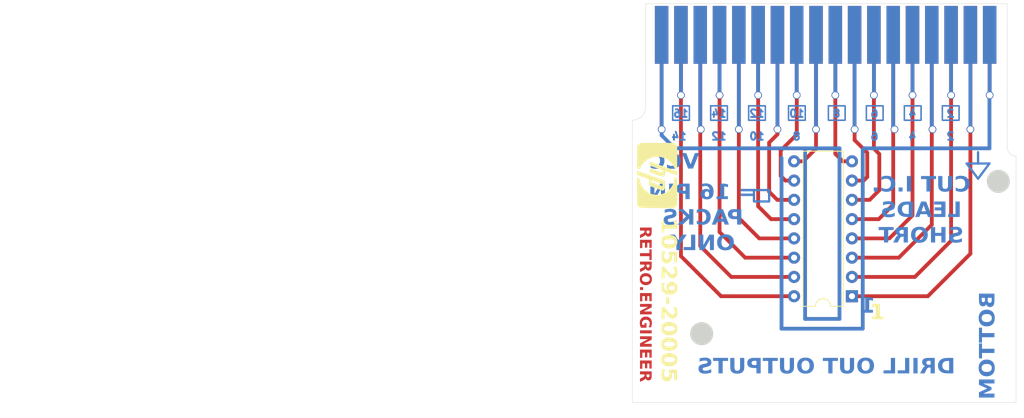
<source format=kicad_pcb>
(kicad_pcb (version 20240108) (generator "pcbnew") (generator_version "8.0")
  (layers (0 "F.Cu" signal) (31 "B.Cu" signal) (34 "B.Paste" user) (35 "F.Paste" user) (36 "B.SilkS" user "B.Silkscreen") (37 "F.SilkS" user "F.Silkscreen") (38 "B.Mask" user) (39 "F.Mask" user) (44 "Edge.Cuts" user))
  (net 0 "")
  (footprint "Connector_PCBEdge:BUS_AT" (layer "F.Cu") (at 72 30 180)
    (property "Reference" "REF**" (hide yes))
    (property "Value" "10529A" (hide yes))
  )
  (footprint "Package_DIP:DIP-16_W7.62mm" (layer "F.Cu") (at 183.9 64.49 180)
    (property "Reference" "REF**" (hide yes))
    (property "Value" "DIP-16_W7.62mm" (hide yes))
  )
  (gr_rect (start 180.8 39.4) (end 183 41.3) (stroke (width 0.2)) (fill none) (layer "B.Cu"))
  (gr_rect (start 170.3 39.4) (end 172.5 41.3) (stroke (width 0.2)) (fill none) (layer "B.Cu"))
  (gr_line (start 202 47) (end 200.5 49) (stroke (width 0.3)) (layer "B.Cu"))
  (gr_rect (start 190.8 39.4) (end 193 41.3) (stroke (width 0.2)) (fill none) (layer "B.Cu"))
  (gr_line (start 200.5 49) (end 199 47) (stroke (width 0.3)) (layer "B.Cu"))
  (gr_rect (start 165.3 39.4) (end 167.5 41.3) (stroke (width 0.2)) (fill none) (layer "B.Cu"))
  (gr_rect (start 171 50.5) (end 173 52) (stroke (width 0.3)) (fill none) (layer "B.Cu"))
  (gr_rect (start 160.3 39.4) (end 162.5 41.3) (stroke (width 0.2)) (fill none) (layer "B.Cu"))
  (gr_rect (start 185.8 39.4) (end 188 41.3) (stroke (width 0.2)) (fill none) (layer "B.Cu"))
  (gr_line (start 199 47) (end 202 47) (stroke (width 0.3)) (layer "B.Cu"))
  (gr_line (start 200.5 47) (end 200.5 45.5) (stroke (width 0.3)) (layer "B.Cu"))
  (gr_rect (start 195.8 39.4) (end 198 41.3) (stroke (width 0.2)) (fill none) (layer "B.Cu"))
  (gr_rect (start 175.55 39.4) (end 177.75 41.3) (stroke (width 0.2)) (fill none) (layer "B.Cu"))
  (gr_poly (pts (xy 160.890991 51.417771) (xy 160.889078 51.951975) (xy 160.885659 52.264104) (xy 160.883326 52.34483) (xy 160.880546 52.379564) (xy 160.869774 52.421062) (xy 160.857368 52.460531) (xy 160.843271 52.49804) (xy 160.827427 52.533653) (xy 160.809776 52.567437) (xy 160.790263 52.599458) (xy 160.76883 52.629782) (xy 160.745419 52.658476) (xy 160.719973 52.685605) (xy 160.692435 52.711237) (xy 160.662747 52.735436) (xy 160.630852 52.758269) (xy 160.596693 52.779802) (xy 160.560213 52.800102) (xy 160.521353 52.819234) (xy 160.480058 52.837265) (xy 160.443523 52.849888) (xy 160.39198 52.859395) (xy 160.307502 52.866148) (xy 160.172163 52.870514) (xy 159.677199 52.873541) (xy 158.763679 52.871393) (xy 157.666868 52.86584) (xy 157.268817 52.861759) (xy 156.949562 52.856336) (xy 156.693024 52.84922) (xy 156.483125 52.840057) (xy 156.303785 52.828495) (xy 156.138924 52.81418) (xy 156.066734 52.806826) (xy 156.036591 52.803388) (xy 156.009882 52.799955) (xy 155.986208 52.79641) (xy 155.965169 52.792637) (xy 155.946365 52.78852) (xy 155.937676 52.786296) (xy 155.929395 52.783942) (xy 155.921474 52.781445) (xy 155.913861 52.778789) (xy 155.906507 52.775959) (xy 155.899362 52.772942) (xy 155.892376 52.769723) (xy 155.885498 52.766288) (xy 155.871869 52.758708) (xy 155.858076 52.750087) (xy 155.843718 52.740309) (xy 155.828395 52.729258) (xy 155.811708 52.716818) (xy 155.793072 52.702259) (xy 155.775537 52.687535) (xy 155.759075 52.672596) (xy 155.743659 52.657393) (xy 155.72926 52.641879) (xy 155.71585 52.626005) (xy 155.703402 52.609722) (xy 155.691888 52.592982) (xy 155.68128 52.575736) (xy 155.671549 52.557936) (xy 155.662668 52.539533) (xy 155.654609 52.520478) (xy 155.647344 52.500724) (xy 155.640845 52.480221) (xy 155.635084 52.458922) (xy 155.630033 52.436776) (xy 155.624152 52.321395) (xy 155.61987 52.010568) (xy 155.614977 50.60798) (xy 155.613613 49.660223) (xy 155.61376 49.348626) (xy 155.614601 49.125847) (xy 155.615315 49.043225) (xy 155.616242 48.977359) (xy 155.617395 48.926436) (xy 155.618788 48.888637) (xy 155.620434 48.862148) (xy 155.622346 48.845153) (xy 155.623406 48.839649) (xy 155.624538 48.835836) (xy 155.625743 48.833489) (xy 155.627022 48.832381) (xy 155.631223 48.831611) (xy 155.636967 48.831536) (xy 155.644125 48.832123) (xy 155.65257 48.833338) (xy 155.662173 48.835147) (xy 155.672807 48.837516) (xy 155.696656 48.843799) (xy 155.723092 48.851917) (xy 155.751092 48.861599) (xy 155.779634 48.872576) (xy 155.807693 48.884575) (xy 155.818331 48.889449) (xy 155.828991 48.894205) (xy 155.839417 48.898726) (xy 155.849348 48.902893) (xy 155.858527 48.906591) (xy 155.866694 48.9097) (xy 155.873591 48.912104) (xy 155.876482 48.913004) (xy 155.878958 48.913684) (xy 155.887645 48.916589) (xy 155.895665 48.920086) (xy 155.903055 48.924248) (xy 155.909854 48.929147) (xy 155.916101 48.934858) (xy 155.921832 48.941455) (xy 155.927088 48.94901) (xy 155.931905 48.957597) (xy 155.936322 48.96729) (xy 155.940378 48.978161) (xy 155.94411 48.990286) (xy 155.947557 49.003737) (xy 155.950757 49.018588) (xy 155.953748 49.034911) (xy 155.956568 49.052782) (xy 155.959257 49.072273) (xy 155.968561 49.139336) (xy 155.980806 49.212811) (xy 155.995073 49.288567) (xy 156.010447 49.362476) (xy 156.026009 49.43041) (xy 156.040841 49.48824) (xy 156.047697 49.512076) (xy 156.054027 49.531838) (xy 156.059716 49.547009) (xy 156.064648 49.557075) (xy 156.065424 49.558365) (xy 156.06624 49.559962) (xy 156.067973 49.563991) (xy 156.0698 49.568984) (xy 156.071675 49.574765) (xy 156.073549 49.581158) (xy 156.075376 49.587986) (xy 156.077109 49.595073) (xy 156.078701 49.602242) (xy 156.080338 49.609504) (xy 156.082198 49.616859) (xy 156.084223 49.62412) (xy 156.086354 49.631099) (xy 156.088532 49.637608) (xy 156.090699 49.643458) (xy 156.091759 49.646077) (xy 156.092794 49.648461) (xy 156.093797 49.650586) (xy 156.094761 49.652429) (xy 156.099105 49.661337) (xy 156.105425 49.674762) (xy 156.112686 49.690821) (xy 156.116346 49.699251) (xy 156.119854 49.707634) (xy 156.140099 49.753472) (xy 156.164943 49.80578) (xy 156.192493 49.860958) (xy 156.220854 49.915406) (xy 156.248133 49.965526) (xy 156.272436 50.007718) (xy 156.28288 50.024716) (xy 156.29187 50.038383) (xy 156.299169 50.048267) (xy 156.30454 50.053921) (xy 156.306163 50.05582) (xy 156.30868 50.059143) (xy 156.31195 50.063713) (xy 156.315832 50.069353) (xy 156.320184 50.075887) (xy 156.324866 50.083139) (xy 156.329735 50.090931) (xy 156.334652 50.099089) (xy 156.339569 50.107246) (xy 156.344438 50.115039) (xy 156.34912 50.12229) (xy 156.353472 50.128824) (xy 156.357354 50.134464) (xy 156.360623 50.139034) (xy 156.363141 50.142357) (xy 156.364073 50.143496) (xy 156.364764 50.144257) (xy 156.366479 50.146156) (xy 156.369265 50.149479) (xy 156.377436 50.159689) (xy 156.388054 50.173474) (xy 156.393898 50.181267) (xy 156.399894 50.189424) (xy 156.430151 50.229325) (xy 156.464855 50.271871) (xy 156.503463 50.316512) (xy 156.545435 50.362693) (xy 156.590231 50.409863) (xy 156.637308 50.457467) (xy 156.686126 50.504954) (xy 156.736144 50.551771) (xy 156.774139 50.584659) (xy 156.816897 50.61877) (xy 156.864855 50.654387) (xy 156.918447 50.691791) (xy 156.978108 50.731266) (xy 157.044273 50.773094) (xy 157.117379 50.817556) (xy 157.19786 50.864935) (xy 157.217305 50.87609) (xy 157.237303 50.886986) (xy 157.257937 50.897646) (xy 157.279288 50.908095) (xy 157.301438 50.918356) (xy 157.324471 50.928452) (xy 157.348469 50.938407) (xy 157.373513 50.948244) (xy 157.397759 50.957889) (xy 157.408977 50.962447) (xy 157.419183 50.966687) (xy 157.428071 50.970504) (xy 157.435336 50.973792) (xy 157.438265 50.975204) (xy 157.440673 50.976445) (xy 157.442522 50.9775) (xy 157.443774 50.978356) (xy 157.445064 50.979132) (xy 157.446662 50.979948) (xy 157.45069 50.981681) (xy 157.455683 50.983509) (xy 157.461465 50.985383) (xy 157.467858 50.987257) (xy 157.474686 50.989084) (xy 157.481773 50.990817) (xy 157.488942 50.992409) (xy 157.496203 50.994045) (xy 157.503559 50.995906) (xy 157.51082 50.997931) (xy 157.517799 51.000062) (xy 157.524307 51.00224) (xy 157.530157 51.004406) (xy 157.532776 51.005467) (xy 157.53516 51.006502) (xy 157.537285 51.007505) (xy 157.539128 51.008468) (xy 157.544762 51.011068) (xy 157.55202 51.013832) (xy 157.562242 51.017113) (xy 157.576768 51.021266) (xy 157.6241 51.033593) (xy 157.704744 51.053636) (xy 157.745487 51.063048) (xy 157.788853 51.071719) (xy 157.835113 51.07966) (xy 157.884537 51.086884) (xy 157.937395 51.093403) (xy 157.993959 51.099227) (xy 158.054499 51.10437) (xy 158.119284 51.108841) (xy 158.205876 51.113056) (xy 158.288068 51.11433) (xy 158.367108 51.112546) (xy 158.405835 51.110471) (xy 158.444242 51.107586) (xy 158.482484 51.103879) (xy 158.520718 51.099333) (xy 158.559098 51.093935) (xy 158.597781 51.087669) (xy 158.67668 51.072475) (xy 158.75866 51.053636) (xy 158.801256 51.043036) (xy 158.835759 51.03433) (xy 158.863393 51.027153) (xy 158.885381 51.02114) (xy 158.89464 51.018457) (xy 158.902947 51.015927) (xy 158.910453 51.013507) (xy 158.917312 51.01115) (xy 158.923678 51.00881) (xy 158.929702 51.006443) (xy 158.935538 51.004002) (xy 158.941339 51.001442) (xy 158.944605 50.999961) (xy 158.947985 50.998533) (xy 158.951454 50.997163) (xy 158.954984 50.995858) (xy 158.958549 50.994624) (xy 158.962124 50.993467) (xy 158.96568 50.992391) (xy 158.969193 50.991404) (xy 158.972635 50.990511) (xy 158.97598 50.989718) (xy 158.979201 50.989031) (xy 158.982273 50.988456) (xy 158.985168 50.987998) (xy 158.98786 50.987664) (xy 158.990323 50.987459) (xy 158.99253 50.987389) (xy 158.994775 50.987343) (xy 158.996988 50.987207) (xy 158.999159 50.986986) (xy 159.001281 50.986683) (xy 159.003344 50.986305) (xy 159.005339 50.985854) (xy 159.007258 50.985336) (xy 159.009091 50.984754) (xy 159.01083 50.984114) (xy 159.012467 50.983419) (xy 159.013992 50.982675) (xy 159.015396 50.981884) (xy 159.016671 50.981053) (xy 159.017807 50.980185) (xy 159.018321 50.979738) (xy 159.018797 50.979284) (xy 159.019233 50.978823) (xy 159.01963 50.978356) (xy 159.020356 50.977381) (xy 159.021391 50.976346) (xy 159.022713 50.975261) (xy 159.024304 50.974137) (xy 159.026141 50.972983) (xy 159.028205 50.97181) (xy 159.030475 50.970628) (xy 159.03293 50.969448) (xy 159.035549 50.968279) (xy 159.038313 50.967132) (xy 159.0412 50.966018) (xy 159.04419 50.964947) (xy 159.047263 50.963928) (xy 159.050397 50.962972) (xy 159.053572 50.96209) (xy 159.056768 50.961292) (xy 159.060187 50.960682) (xy 159.063655 50.959987) (xy 159.067149 50.959215) (xy 159.070648 50.958375) (xy 159.07757 50.956529) (xy 159.084245 50.954517) (xy 159.090497 50.952412) (xy 159.096149 50.950282) (xy 159.098695 50.949231) (xy 159.101025 50.9482) (xy 159.103116 50.947199) (xy 159.104947 50.946236) (xy 159.2535 50.872964) (xy 159.295195 50.851985) (xy 159.336009 50.830425) (xy 159.376 50.808245) (xy 159.415226 50.785404) (xy 159.453746 50.761864) (xy 159.491619 50.737584) (xy 159.528904 50.712525) (xy 159.56566 50.686647) (xy 159.601945 50.65991) (xy 159.637818 50.632275) (xy 159.673339 50.603701) (xy 159.708566 50.57415) (xy 159.743557 50.543582) (xy 159.778372 50.511956) (xy 159.813069 50.479234) (xy 159.847708 50.445375) (xy 159.898804 50.393934) (xy 159.944819 50.347009) (xy 159.980671 50.309871) (xy 159.993198 50.296619) (xy 160.001279 50.287789) (xy 160.041594 50.237346) (xy 160.08291 50.181786) (xy 160.124343 50.122486) (xy 160.165012 50.060821) (xy 160.204034 49.998168) (xy 160.240527 49.935904) (xy 160.273609 49.875403) (xy 160.302398 49.818044) (xy 160.31794 49.785642) (xy 160.331882 49.756816) (xy 160.348569 49.722689) (xy 160.349532 49.720858) (xy 160.350534 49.718767) (xy 160.352615 49.713891) (xy 160.354744 49.708239) (xy 160.35685 49.701987) (xy 160.358861 49.695312) (xy 160.360708 49.68839) (xy 160.36232 49.681397) (xy 160.363625 49.67451) (xy 160.364423 49.671314) (xy 160.365305 49.668139) (xy 160.366261 49.665005) (xy 160.367279 49.661932) (xy 160.368351 49.658942) (xy 160.369465 49.656055) (xy 160.370612 49.653291) (xy 160.37178 49.650672) (xy 160.372961 49.648217) (xy 160.374143 49.645947) (xy 160.375316 49.643883) (xy 160.37647 49.642046) (xy 160.377594 49.640455) (xy 160.378679 49.639132) (xy 160.379203 49.638578) (xy 160.379714 49.638098) (xy 160.380209 49.637695) (xy 160.380689 49.637372) (xy 160.381617 49.636562) (xy 160.382518 49.635641) (xy 160.383386 49.634617) (xy 160.384217 49.633498) (xy 160.385008 49.632291) (xy 160.385752 49.631003) (xy 160.386447 49.629641) (xy 160.387087 49.628213) (xy 160.387669 49.626726) (xy 160.388187 49.625188) (xy 160.388638 49.623606) (xy 160.389016 49.621987) (xy 160.389319 49.620338) (xy 160.38954 49.618668) (xy 160.389676 49.616983) (xy 160.389722 49.61529) (xy 160.389792 49.613636) (xy 160.389997 49.611701) (xy 160.390331 49.60951) (xy 160.390789 49.607088) (xy 160.392051 49.601652) (xy 160.393737 49.595592) (xy 160.395799 49.589109) (xy 160.398191 49.582402) (xy 160.400865 49.575672) (xy 160.402293 49.572361) (xy 160.403774 49.569118) (xy 160.406954 49.561547) (xy 160.410393 49.552588) (xy 160.413972 49.542547) (xy 160.417576 49.53173) (xy 160.421085 49.520442) (xy 160.424382 49.508989) (xy 160.42735 49.497677) (xy 160.429871 49.486813) (xy 160.455968 49.371384) (xy 160.469513 49.307414) (xy 160.481516 49.242797) (xy 160.491944 49.177638) (xy 160.50076 49.112045) (xy 160.507929 49.046122) (xy 160.513416 48.979976) (xy 160.517186 48.913712) (xy 160.519203 48.847437) (xy 160.519419 48.840113) (xy 160.519703 48.833541) (xy 160.520079 48.827676) (xy 160.520568 48.822469) (xy 160.520862 48.820098) (xy 160.521192 48.817874) (xy 160.521562 48.815791) (xy 160.521973 48.813843) (xy 160.52243 48.812025) (xy 160.522934 48.81033) (xy 160.523489 48.808753) (xy 160.524097 48.807288) (xy 160.52476 48.805928) (xy 160.525482 48.804668) (xy 160.526266 48.803503) (xy 160.527114 48.802426) (xy 160.528028 48.801431) (xy 160.529013 48.800512) (xy 160.530069 48.799664) (xy 160.531201 48.798881) (xy 160.532411 48.798157) (xy 160.533701 48.797485) (xy 160.535075 48.796861) (xy 160.536535 48.796278) (xy 160.538084 48.79573) (xy 160.539725 48.795211) (xy 160.543293 48.794239) (xy 160.547011 48.793467) (xy 160.551064 48.793051) (xy 160.555529 48.793017) (xy 160.560482 48.793392) (xy 160.565999 48.794202) (xy 160.572158 48.795474) (xy 160.579034 48.797234) (xy 160.586704 48.799509) (xy 160.604732 48.805707) (xy 160.626853 48.814282) (xy 160.65368 48.825445) (xy 160.685823 48.839407) (xy 160.717893 48.853667) (xy 160.743835 48.865033) (xy 160.75474 48.869727) (xy 160.76439 48.873812) (xy 160.772879 48.877327) (xy 160.780299 48.880309) (xy 160.786742 48.882797) (xy 160.792302 48.88483) (xy 160.797071 48.886445) (xy 160.801142 48.88768) (xy 160.804607 48.888575) (xy 160.807558 48.889166) (xy 160.810089 48.889493) (xy 160.812293 48.889594) (xy 160.813759 48.889721) (xy 160.815512 48.890097) (xy 160.817528 48.890712) (xy 160.819789 48.891554) (xy 160.822274 48.892614) (xy 160.824961 48.893881) (xy 160.82783 48.895345) (xy 160.830862 48.896996) (xy 160.834034 48.898823) (xy 160.837327 48.900817) (xy 160.84072 48.902966) (xy 160.844192 48.905261) (xy 160.847724 48.907691) (xy 160.851293 48.910246) (xy 160.85488 48.912916) (xy 160.858464 48.91569) (xy 160.891587 48.940785) (xy 160.891587 50.636085)) (stroke (width -0.000001)) (fill solid) (layer "F.SilkS"))
  (gr_poly (pts (xy 159.29197 49.995187) (xy 159.288898 50.100553) (xy 159.284614 50.163328) (xy 159.281386 50.18636) (xy 159.277729 50.208779) (xy 159.273647 50.230577) (xy 159.269147 50.251746) (xy 159.264233 50.272278) (xy 159.258912 50.292166) (xy 159.253189 50.311402) (xy 159.247069 50.329978) (xy 159.240557 50.347887) (xy 159.233661 50.36512) (xy 159.226384 50.38167) (xy 159.218733 50.39753) (xy 159.210712 50.412691) (xy 159.202329 50.427146) (xy 159.193587 50.440888) (xy 159.184492 50.453908) (xy 159.175051 50.466198) (xy 159.165268 50.477752) (xy 159.155149 50.48856) (xy 159.1447 50.498617) (xy 159.133926 50.507913) (xy 159.122832 50.516441) (xy 159.111424 50.524194) (xy 159.099708 50.531163) (xy 159.08769 50.537342) (xy 159.075373 50.542722) (xy 159.062765 50.547295) (xy 159.049871 50.551054) (xy 159.036696 50.553991) (xy 159.023245 50.556098) (xy 159.009525 50.557369) (xy 158.99554 50.557794) (xy 158.985293 50.557566) (xy 158.974352 50.556915) (xy 158.963058 50.555888) (xy 158.951752 50.554532) (xy 158.940776 50.552893) (xy 158.93047 50.551019) (xy 158.921176 50.548956) (xy 158.917015 50.547869) (xy 158.913234 50.546753) (xy 158.808846 50.514633) (xy 158.794692 50.510046) (xy 158.781056 50.505411) (xy 158.768266 50.500871) (xy 158.756652 50.496566) (xy 158.746544 50.492638) (xy 158.738272 50.489226) (xy 158.732163 50.486474) (xy 158.730023 50.485389) (xy 158.728548 50.484521) (xy 158.727423 50.483911) (xy 158.725948 50.483218) (xy 158.722055 50.48162) (xy 158.717079 50.47981) (xy 158.711233 50.477871) (xy 158.704729 50.475885) (xy 158.697777 50.473935) (xy 158.69059 50.472102) (xy 158.68338 50.470469) (xy 158.676119 50.468832) (xy 158.668763 50.466972) (xy 158.661502 50.464947) (xy 158.654523 50.462816) (xy 158.648014 50.460638) (xy 158.642164 50.458471) (xy 158.639545 50.457411) (xy 158.637161 50.456376) (xy 158.635036 50.455373) (xy 158.633193 50.454409) (xy 158.62892 50.4525) (xy 158.622341 50.449861) (xy 158.603583 50.442867) (xy 158.579557 50.434366) (xy 158.552895 50.425301) (xy 158.539307 50.421043) (xy 158.525873 50.416644) (xy 158.512932 50.412245) (xy 158.500827 50.407987) (xy 158.489897 50.404011) (xy 158.480485 50.400459) (xy 158.472932 50.397471) (xy 158.467578 50.395189) (xy 158.462132 50.392905) (xy 158.45431 50.389904) (xy 158.432949 50.382266) (xy 158.406319 50.373311) (xy 158.377242 50.364074) (xy 158.363088 50.359485) (xy 158.349452 50.354837) (xy 158.336662 50.350259) (xy 158.325049 50.345882) (xy 158.314941 50.341833) (xy 158.306668 50.338244) (xy 158.303322 50.336661) (xy 158.300559 50.335242) (xy 158.298419 50.334003) (xy 158.296944 50.332958) (xy 158.295934 50.332207) (xy 158.294795 50.331461) (xy 158.293539 50.330727) (xy 158.292176 50.33001) (xy 158.29072 50.329317) (xy 158.289181 50.328653) (xy 158.287571 50.328025) (xy 158.285903 50.327438) (xy 158.284188 50.326898) (xy 158.282437 50.326411) (xy 158.280663 50.325982) (xy 158.278877 50.325619) (xy 158.277091 50.325326) (xy 158.275317 50.325109) (xy 158.273566 50.324975) (xy 158.271851 50.324929) (xy 158.270208 50.324848) (xy 158.268306 50.324611) (xy 158.26617 50.324227) (xy 158.263821 50.323705) (xy 158.261284 50.323054) (xy 158.258583 50.322282) (xy 158.25278 50.320412) (xy 158.246601 50.318165) (xy 158.240233 50.315613) (xy 158.233866 50.312825) (xy 158.227687 50.309873) (xy 158.224798 50.308381) (xy 158.221794 50.30692) (xy 158.218702 50.305502) (xy 158.215548 50.304133) (xy 158.212359 50.302823) (xy 158.209161 50.30158) (xy 158.20598 50.300414) (xy 158.202844 50.299334) (xy 158.199779 50.298347) (xy 158.19681 50.297463) (xy 158.193965 50.296691) (xy 158.19127 50.29604) (xy 158.188751 50.295518) (xy 158.186436 50.295134) (xy 158.184349 50.294897) (xy 158.182519 50.294817) (xy 158.180699 50.294736) (xy 158.178643 50.294499) (xy 158.176372 50.294115) (xy 158.173909 50.293593) (xy 158.171275 50.292942) (xy 158.168492 50.29217) (xy 158.16257 50.2903) (xy 158.156318 50.288053) (xy 158.149913 50.285501) (xy 158.143532 50.282713) (xy 158.137351 50.279761) (xy 158.134497 50.278268) (xy 158.131595 50.276808) (xy 158.125745 50.274021) (xy 158.11999 50.271468) (xy 158.114516 50.269222) (xy 158.111944 50.268235) (xy 158.109513 50.267351) (xy 158.107247 50.26658) (xy 158.105169 50.265928) (xy 158.103303 50.265406) (xy 158.101672 50.265023) (xy 158.100299 50.264786) (xy 158.099209 50.264705) (xy 158.097942 50.264635) (xy 158.096412 50.26443) (xy 158.094637 50.264096) (xy 158.092638 50.263638) (xy 158.088041 50.262376) (xy 158.082773 50.26069) (xy 158.076988 50.258627) (xy 158.070838 50.256236) (xy 158.064477 50.253562) (xy 158.058056 50.250652) (xy 158.050075 50.247245) (xy 158.039942 50.243156) (xy 158.01477 50.233589) (xy 158.000508 50.228441) (xy 157.985646 50.223269) (xy 157.970573 50.218239) (xy 157.955676 50.213514) (xy 157.941524 50.208925) (xy 157.927901 50.204277) (xy 157.915148 50.1997) (xy 157.903607 50.195322) (xy 157.893619 50.191274) (xy 157.889314 50.189413) (xy 157.885524 50.187684) (xy 157.882294 50.186102) (xy 157.879665 50.184683) (xy 157.87768 50.183443) (xy 157.876381 50.182399) (xy 157.875206 50.181647) (xy 157.873946 50.180901) (xy 157.87261 50.180167) (xy 157.871206 50.179451) (xy 157.869743 50.178758) (xy 157.86823 50.178094) (xy 157.866676 50.177466) (xy 157.865089 50.176879) (xy 157.863479 50.176338) (xy 157.861854 50.175851) (xy 157.860224 50.175423) (xy 157.858596 50.175059) (xy 157.85698 50.174766) (xy 157.855385 50.174549) (xy 157.853819 50.174415) (xy 157.852292 50.174369) (xy 157.850649 50.174299) (xy 157.848745 50.174095) (xy 157.846604 50.17376) (xy 157.844246 50.173303) (xy 157.838971 50.17204) (xy 157.833095 50.170354) (xy 157.826797 50.168292) (xy 157.820251 50.1659) (xy 157.813634 50.163226) (xy 157.807124 50.160317) (xy 157.799143 50.156909) (xy 157.789009 50.15282) (xy 157.763838 50.143253) (xy 157.749576 50.138105) (xy 157.734714 50.132934) (xy 157.71964 50.127903) (xy 157.704743 50.123178) (xy 157.690591 50.118589) (xy 157.676968 50.113941) (xy 157.664216 50.109364) (xy 157.652675 50.104986) (xy 157.642687 50.100938) (xy 157.638381 50.099078) (xy 157.634592 50.097348) (xy 157.631362 50.095766) (xy 157.628732 50.094347) (xy 157.626747 50.093107) (xy 157.625449 50.092063) (xy 157.624274 50.091311) (xy 157.623014 50.090565) (xy 157.621677 50.089831) (xy 157.620273 50.089115) (xy 157.61881 50.088422) (xy 157.617297 50.087758) (xy 157.615743 50.08713) (xy 157.614156 50.086543) (xy 157.612546 50.086003) (xy 157.610922 50.085515) (xy 157.609291 50.085087) (xy 157.607664 50.084723) (xy 157.606048 50.08443) (xy 157.604452 50.084214) (xy 157.602887 50.084079) (xy 157.601359 50.084033) (xy 157.599716 50.083964) (xy 157.597813 50.083759) (xy 157.595671 50.083424) (xy 157.593314 50.082967) (xy 157.588038 50.081704) (xy 157.582163 50.080018) (xy 157.575864 50.077956) (xy 157.569318 50.075564) (xy 157.562702 50.07289) (xy 157.556191 50.069981) (xy 157.518802 50.055553) (xy 157.496061 50.046974) (xy 157.473885 50.038866) (xy 157.446014 50.028877) (xy 157.420621 50.019136) (xy 157.397528 50.009489) (xy 157.376555 49.999783) (xy 157.357523 49.989865) (xy 157.340252 49.979583) (xy 157.332221 49.974257) (xy 157.324563 49.968783) (xy 157.317256 49.963141) (xy 157.310277 49.957312) (xy 157.303604 49.951278) (xy 157.297215 49.945019) (xy 157.291086 49.938515) (xy 157.285196 49.931749) (xy 157.279522 49.9247) (xy 157.274042 49.91735) (xy 157.263573 49.901668) (xy 157.253609 49.884552) (xy 157.243972 49.865848) (xy 157.234483 49.845402) (xy 157.22496 49.823064) (xy 157.21952 49.807245) (xy 157.215127 49.78798) (xy 157.211604 49.762387) (xy 157.208775 49.727584) (xy 157.206464 49.680689) (xy 157.204493 49.61882) (xy 157.200871 49.438635) (xy 157.194848 49.099374) (xy 157.16574 49.075284) (xy 157.162674 49.072687) (xy 157.159514 49.070172) (xy 157.156283 49.06775) (xy 157.153005 49.065435) (xy 157.149704 49.063238) (xy 157.146403 49.061169) (xy 157.143125 49.059242) (xy 157.139894 49.057468) (xy 157.136734 49.055859) (xy 157.133668 49.054426) (xy 157.130719 49.053181) (xy 157.127912 49.052136) (xy 157.125269 49.051303) (xy 157.122815 49.050693) (xy 157.120572 49.050319) (xy 157.118565 49.050191) (xy 157.116838 49.050145) (xy 157.115054 49.050011) (xy 157.113225 49.049794) (xy 157.111366 49.049501) (xy 157.109489 49.049137) (xy 157.107608 49.048709) (xy 157.105736 49.048222) (xy 157.103885 49.047682) (xy 157.10207 49.047095) (xy 157.100303 49.046466) (xy 157.098599 49.045803) (xy 157.096969 49.04511) (xy 157.095427 49.044393) (xy 157.093987 49.043659) (xy 157.092662 49.042913) (xy 157.091464 49.042161) (xy 157.090142 49.041117) (xy 157.088088 49.039876) (xy 157.08196 49.03686) (xy 157.073432 49.033234) (xy 157.062858 49.029113) (xy 157.050589 49.024616) (xy 157.03698 49.01986) (xy 157.022383 49.014962) (xy 157.00715 49.010042) (xy 156.991918 49.005411) (xy 156.977321 49.000663) (xy 156.963712 48.995962) (xy 156.951444 48.991473) (xy 156.940869 48.98736) (xy 156.932341 48.983788) (xy 156.928955 48.982257) (xy 156.926213 48.980922) (xy 156.924159 48.979805) (xy 156.922837 48.978926) (xy 156.921663 48.977998) (xy 156.920403 48.977097) (xy 156.919066 48.976229) (xy 156.917662 48.975398) (xy 156.916199 48.974607) (xy 156.914686 48.973863) (xy 156.913132 48.973168) (xy 156.911545 48.972528) (xy 156.909935 48.971946) (xy 156.908311 48.971428) (xy 156.90668 48.970977) (xy 156.905053 48.970599) (xy 156.903437 48.970297) (xy 156.901841 48.970075) (xy 156.900276 48.969939) (xy 156.898748 48.969893) (xy 156.897105 48.969823) (xy 156.895202 48.969618) (xy 156.89306 48.969284) (xy 156.890702 48.968826) (xy 156.885427 48.967564) (xy 156.879552 48.965878) (xy 156.873253 48.963815) (xy 156.866707 48.961424) (xy 156.860091 48.95875) (xy 156.85358 48.95584) (xy 156.845599 48.952433) (xy 156.835466 48.948344) (xy 156.810294 48.938777) (xy 156.796032 48.933629) (xy 156.78117 48.928457) (xy 156.766097 48.923427) (xy 156.751199 48.918702) (xy 156.722185 48.90854) (xy 156.707972 48.903388) (xy 156.694489 48.898377) (xy 156.682134 48.893648) (xy 156.671309 48.889343) (xy 156.662412 48.885603) (xy 156.655845 48.882568) (xy 156.653166 48.881264) (xy 156.650413 48.87999) (xy 156.647603 48.878755) (xy 156.644757 48.877565) (xy 156.641893 48.876429) (xy 156.639031 48.875352) (xy 156.636189 48.874343) (xy 156.633386 48.873409) (xy 156.630643 48.872558) (xy 156.627978 48.871796) (xy 156.625409 48.871131) (xy 156.622957 48.870571) (xy 156.62064 48.870122) (xy 156.618477 48.869792) (xy 156.616488 48.869589) (xy 156.614692 48.86952) (xy 156.613153 48.869474) (xy 156.611555 48.869339) (xy 156.609911 48.869123) (xy 156.60823 48.86883) (xy 156.606527 48.868466) (xy 156.604812 48.868038) (xy 156.603096 48.867551) (xy 156.601393 48.867011) (xy 156.599713 48.866423) (xy 156.598068 48.865795) (xy 156.59647 48.865131) (xy 156.594931 48.864438) (xy 156.593463 48.863722) (xy 156.592077 48.862988) (xy 156.590785 48.862242) (xy 156.589599 48.86149) (xy 156.588277 48.860446) (xy 156.586223 48.859204) (xy 156.580095 48.856189) (xy 156.571567 48.852562) (xy 156.560992 48.848441) (xy 156.548724 48.843944) (xy 156.535115 48.839188) (xy 156.520518 48.834291) (xy 156.505285 48.829371) (xy 156.490053 48.82474) (xy 156.475456 48.819992) (xy 156.461847 48.815291) (xy 156.449578 48.810801) (xy 156.439004 48.806688) (xy 156.430476 48.803117) (xy 156.42709 48.801585) (xy 156.424348 48.80025) (xy 156.422294 48.799133) (xy 156.420972 48.798255) (xy 156.419797 48.797326) (xy 156.418537 48.796426) (xy 156.417201 48.795557) (xy 156.415797 48.794726) (xy 156.414334 48.793936) (xy 156.412821 48.793191) (xy 156.411267 48.792496) (xy 156.40968 48.791856) (xy 156.40807 48.791274) (xy 156.406446 48.790756) (xy 156.404815 48.790306) (xy 156.403187 48.789927) (xy 156.401572 48.789625) (xy 156.399976 48.789404) (xy 156.39841 48.789268) (xy 156.396883 48.789221) (xy 156.39524 48.789152) (xy 156.393336 48.788947) (xy 156.391195 48.788612) (xy 156.388837 48.788155) (xy 156.383562 48.786892) (xy 156.377687 48.785206) (xy 156.371388 48.783144) (xy 156.364842 48.780752) (xy 156.358225 48.778078) (xy 156.351715 48.775169) (xy 156.343734 48.771762) (xy 156.333601 48.767673) (xy 156.308429 48.758106) (xy 156.294167 48.752958) (xy 156.279305 48.747786) (xy 156.264231 48.742756) (xy 156.249334 48.738031) (xy 156.235182 48.733442) (xy 156.221559 48.728794) (xy 156.208807 48.724216) (xy 156.197266 48.719838) (xy 156.187278 48.71579) (xy 156.182972 48.71393) (xy 156.179183 48.712201) (xy 156.175953 48.710618) (xy 156.173323 48.709199) (xy 156.171338 48.70796) (xy 156.17004 48.706915) (xy 156.168865 48.706164) (xy 156.167605 48.705418) (xy 156.166268 48.704684) (xy 156.164864 48.703967) (xy 156.163401 48.703274) (xy 156.161888 48.70261) (xy 156.160334 48.701982) (xy 156.158748 48.701395) (xy 156.157138 48.700855) (xy 156.155513 48.700368) (xy 156.153882 48.699939) (xy 156.152255 48.699576) (xy 156.150639 48.699283) (xy 156.149044 48.699066) (xy 156.147478 48.698932) (xy 156.14595 48.698886) (xy 156.144307 48.698816) (xy 156.142404 48.698611) (xy 156.140262 48.698277) (xy 156.137905 48.697819) (xy 156.132629 48.696557) (xy 156.126754 48.694871) (xy 156.120455 48.692808) (xy 156.113909 48.690417) (xy 156.107293 48.687743) (xy 156.100782 48.684834) (xy 156.092801 48.681426) (xy 156.082668 48.677337) (xy 156.057496 48.66777) (xy 156.043234 48.662622) (xy 156.028372 48.65745) (xy 156.013299 48.65242) (xy 155.998402 48.647695) (xy 155.984247 48.643106) (xy 155.970611 48.638458) (xy 155.957821 48.63388) (xy 155.946208 48.629503) (xy 155.9361 48.625454) (xy 155.927827 48.621865) (xy 155.924481 48.620283) (xy 155.921718 48.618863) (xy 155.919578 48.617624) (xy 155.918103 48.61658) (xy 155.917105 48.615828) (xy 155.916 48.615082) (xy 155.914797 48.614348) (xy 155.913508 48.613631) (xy 155.912142 48.612938) (xy 155.910711 48.612275) (xy 155.909223 48.611646) (xy 155.90769 48.611059) (xy 155.906121 48.610519) (xy 155.904528 48.610032) (xy 155.902919 48.609604) (xy 155.901307 48.60924) (xy 155.8997 48.608947) (xy 155.898109 48.60873) (xy 155.896545 48.608596) (xy 155.895018 48.60855) (xy 155.893375 48.60848) (xy 155.891471 48.608275) (xy 155.88933 48.607941) (xy 155.886972 48.607483) (xy 155.881697 48.606221) (xy 155.875821 48.604535) (xy 155.869523 48.602473) (xy 155.862977 48.600081) (xy 155.85636 48.597407) (xy 155.84985 48.594498) (xy 155.841869 48.59109) (xy 155.831736 48.587001) (xy 155.806564 48.577434) (xy 155.792302 48.572286) (xy 155.77744 48.567115) (xy 155.762366 48.562084) (xy 155.747469 48.55736) (xy 155.732905 48.552302) (xy 155.718094 48.547009) (xy 155.703448 48.541621) (xy 155.689378 48.536281) (xy 155.676297 48.531129) (xy 155.664614 48.526307) (xy 155.654744 48.521954) (xy 155.647096 48.518214) (xy 155.616984 48.501151) (xy 155.613973 48.240181) (xy 155.613383 48.160902) (xy 155.613235 48.128002) (xy 155.613205 48.099219) (xy 155.613311 48.074271) (xy 155.613568 48.052875) (xy 155.613758 48.043421) (xy 155.613992 48.034749) (xy 155.614273 48.026824) (xy 155.614601 48.019611) (xy 155.614979 48.013074) (xy 155.615409 48.007178) (xy 155.615893 48.001888) (xy 155.616434 47.997168) (xy 155.617032 47.992984) (xy 155.617691 47.989299) (xy 155.618411 47.986079) (xy 155.619196 47.983288) (xy 155.620047 47.980892) (xy 155.620966 47.978854) (xy 155.621955 47.97714) (xy 155.623017 47.975713) (xy 155.624153 47.97454) (xy 155.625365 47.973584) (xy 155.626655 47.972811) (xy 155.628026 47.972185) (xy 155.631405 47.971253) (xy 155.635485 47.970708) (xy 155.640215 47.970537) (xy 155.645544 47.970726) (xy 155.65142 47.971262) (xy 155.657791 47.972132) (xy 155.664606 47.973322) (xy 155.671814 47.974819) (xy 155.679362 47.976611) (xy 155.687201 47.978683) (xy 155.695277 47.981023) (xy 155.703541 47.983618) (xy 155.711939 47.986453) (xy 155.720422 47.989516) (xy 155.728937 47.992794) (xy 155.737432 47.996274) (xy 155.743739 47.998832) (xy 155.75401 48.002626) (xy 155.784231 48.013212) (xy 155.867918 48.041442) (xy 155.89065 48.048652) (xy 155.912583 48.055839) (xy 155.933199 48.062791) (xy 155.95198 48.069295) (xy 155.968408 48.075141) (xy 155.981966 48.080117) (xy 155.992137 48.08401) (xy 155.998402 48.08661) (xy 156.003756 48.088851) (xy 156.01131 48.091738) (xy 156.031651 48.099031) (xy 156.056697 48.107641) (xy 156.083719 48.116722) (xy 156.097307 48.12098) (xy 156.110742 48.125379) (xy 156.123682 48.129778) (xy 156.135788 48.134036) (xy 156.146717 48.138012) (xy 156.156129 48.141564) (xy 156.163683 48.144552) (xy 156.169036 48.146834) (xy 156.174616 48.149165) (xy 156.182806 48.152307) (xy 156.205422 48.160509) (xy 156.233683 48.170405) (xy 156.264391 48.18096) (xy 156.386266 48.222223) (xy 156.493367 48.259628) (xy 156.536643 48.275207) (xy 156.570544 48.287811) (xy 156.593177 48.296768) (xy 156.599676 48.299669) (xy 156.602648 48.301408) (xy 156.603458 48.301972) (xy 156.604377 48.302531) (xy 156.605396 48.303082) (xy 156.606506 48.303619) (xy 156.607699 48.304139) (xy 156.608965 48.304637) (xy 156.610295 48.305108) (xy 156.611682 48.305549) (xy 156.613115 48.305954) (xy 156.614587 48.306319) (xy 156.616088 48.30664) (xy 156.61761 48.306913) (xy 156.619144 48.307133) (xy 156.62068 48.307295) (xy 156.622211 48.307396) (xy 156.623727 48.307431) (xy 156.62537 48.3075) (xy 156.627273 48.307705) (xy 156.629414 48.308039) (xy 156.631772 48.308497) (xy 156.637047 48.309759) (xy 156.642923 48.311445) (xy 156.649221 48.313508) (xy 156.655767 48.315899) (xy 156.662384 48.318573) (xy 156.668894 48.321483) (xy 156.675871 48.324484) (xy 156.683119 48.327427) (xy 156.690437 48.330251) (xy 156.697626 48.3329) (xy 156.704486 48.335313) (xy 156.710816 48.337432) (xy 156.716417 48.339199) (xy 156.721089 48.340553) (xy 156.733447 48.344104) (xy 156.749381 48.349195) (xy 156.767668 48.355392) (xy 156.787084 48.362259) (xy 156.806405 48.369362) (xy 156.82441 48.376264) (xy 156.839874 48.382532) (xy 156.851573 48.387729) (xy 156.856927 48.389969) (xy 156.864481 48.392857) (xy 156.884822 48.40015) (xy 156.909868 48.40876) (xy 156.93689 48.417841) (xy 156.950478 48.422099) (xy 156.963913 48.426498) (xy 156.976853 48.430897) (xy 156.988959 48.435155) (xy 156.999888 48.439131) (xy 157.0093 48.442683) (xy 157.016854 48.445671) (xy 157.022207 48.447953) (xy 157.027561 48.450193) (xy 157.035115 48.453081) (xy 157.055456 48.460374) (xy 157.080502 48.468984) (xy 157.107525 48.478065) (xy 157.121112 48.482323) (xy 157.134547 48.486722) (xy 157.147488 48.491121) (xy 157.159593 48.495379) (xy 157.170522 48.499355) (xy 157.179934 48.502907) (xy 157.187488 48.505895) (xy 157.192842 48.508177) (xy 157.198329 48.510461) (xy 157.206251 48.513462) (xy 157.227847 48.5211) (xy 157.254524 48.530055) (xy 157.283177 48.539292) (xy 157.297618 48.543882) (xy 157.311376 48.54853) (xy 157.324146 48.553107) (xy 157.335622 48.557485) (xy 157.345499 48.561533) (xy 157.349742 48.563393) (xy 157.35347 48.565123) (xy 157.356645 48.566705) (xy 157.35923 48.568124) (xy 157.361185 48.569364) (xy 157.362472 48.570408) (xy 157.363647 48.57116) (xy 157.364907 48.571906) (xy 157.366243 48.57264) (xy 157.367647 48.573356) (xy 157.36911 48.574049) (xy 157.370623 48.574713) (xy 157.372177 48.575341) (xy 157.373764 48.575928) (xy 157.375374 48.576469) (xy 157.376999 48.576956) (xy 157.378629 48.577384) (xy 157.380257 48.577748) (xy 157.381873 48.578041) (xy 157.383468 48.578257) (xy 157.385034 48.578392) (xy 157.386561 48.578438) (xy 157.388204 48.578507) (xy 157.390108 48.578712) (xy 157.392249 48.579046) (xy 157.394607 48.579504) (xy 157.399882 48.580767) (xy 157.405758 48.582453) (xy 157.412056 48.584515) (xy 157.418602 48.586907) (xy 157.425219 48.589581) (xy 157.431729 48.59249) (xy 157.439618 48.595852) (xy 157.449483 48.599814) (xy 157.473635 48.608926) (xy 157.48717 48.61377) (xy 157.501175 48.618602) (xy 157.515274 48.62327) (xy 157.529091 48.62762) (xy 157.542679 48.63221) (xy 157.543143 48.63237) (xy 157.543143 49.210787) (xy 157.536527 49.211037) (xy 157.530583 49.211842) (xy 157.525276 49.213288) (xy 157.520575 49.215461) (xy 157.51844 49.216846) (xy 157.516443 49.218445) (xy 157.514581 49.220268) (xy 157.512849 49.222326) (xy 157.511242 49.22463) (xy 157.509757 49.22719) (xy 157.507134 49.23312) (xy 157.504946 49.240204) (xy 157.50316 49.248525) (xy 157.501742 49.25817) (xy 157.500657 49.269223) (xy 157.499872 49.28177) (xy 157.499353 49.295897) (xy 157.498979 49.329227) (xy 157.499138 49.348686) (xy 157.499637 49.366468) (xy 157.500514 49.382662) (xy 157.501104 49.390191) (xy 157.501802 49.397356) (xy 157.502611 49.404168) (xy 157.503537 49.410639) (xy 157.504583 49.416778) (xy 157.505754 49.422598) (xy 157.507054 49.428109) (xy 157.508489 49.433323) (xy 157.510061 49.438249) (xy 157.511776 49.4429) (xy 157.513638 49.447287) (xy 157.515652 49.451419) (xy 157.517821 49.455309) (xy 157.520151 49.458968) (xy 157.522646 49.462406) (xy 157.525309 49.465634) (xy 157.528146 49.468664) (xy 157.531161 49.471507) (xy 157.534358 49.474173) (xy 157.537742 49.476673) (xy 157.541317 49.47902) (xy 157.545088 49.481222) (xy 157.549058 49.483293) (xy 157.553233 49.485242) (xy 157.557617 49.487081) (xy 157.562214 49.488821) (xy 157.603896 49.503167) (xy 157.64085 49.516078) (xy 157.673051 49.527531) (xy 157.700477 49.537502) (xy 157.723104 49.545967) (xy 157.740909 49.552903) (xy 157.753867 49.558286) (xy 157.761956 49.562093) (xy 157.763871 49.563198) (xy 157.765841 49.564253) (xy 157.767853 49.565256) (xy 157.769892 49.566202) (xy 157.771942 49.56709) (xy 157.773989 49.567915) (xy 157.776018 49.568677) (xy 157.778016 49.56937) (xy 157.779966 49.569993) (xy 157.781854 49.570542) (xy 157.783666 49.571015) (xy 157.785387 49.571409) (xy 157.787002 49.57172) (xy 157.788496 49.571946) (xy 157.789855 49.572084) (xy 157.791064 49.57213) (xy 157.792342 49.5722) (xy 157.793905 49.572405) (xy 157.795729 49.572739) (xy 157.797792 49.573197) (xy 157.80255 49.574459) (xy 157.808002 49.576145) (xy 157.813971 49.578208) (xy 157.820282 49.5806) (xy 157.826757 49.583274) (xy 157.833221 49.586183) (xy 157.875127 49.602368) (xy 157.902666 49.612578) (xy 157.916766 49.617594) (xy 157.930583 49.622317) (xy 157.944123 49.626906) (xy 157.957417 49.631554) (xy 157.970122 49.636132) (xy 157.981899 49.640509) (xy 157.992404 49.644558) (xy 158.001299 49.648147) (xy 158.008241 49.651148) (xy 158.010873 49.652388) (xy 158.012889 49.653432) (xy 158.014804 49.654361) (xy 158.016774 49.655261) (xy 158.018786 49.65613) (xy 158.020824 49.656961) (xy 158.022875 49.657751) (xy 158.024922 49.658496) (xy 158.026951 49.659191) (xy 158.028948 49.659831) (xy 158.030898 49.660413) (xy 158.032787 49.660931) (xy 158.034599 49.661382) (xy 158.03632 49.66176) (xy 158.037934 49.662062) (xy 158.039429 49.662284) (xy 158.040788 49.66242) (xy 158.041997 49.662466) (xy 158.043275 49.662535) (xy 158.044838 49.66274) (xy 158.046661 49.663075) (xy 158.048725 49.663532) (xy 158.053483 49.664795) (xy 158.058935 49.666481) (xy 158.064904 49.668543) (xy 158.071215 49.670935) (xy 158.07769 49.673609) (xy 158.084154 49.676518) (xy 158.092042 49.67988) (xy 158.101907 49.683843) (xy 158.126059 49.692955) (xy 158.139594 49.697799) (xy 158.153599 49.702631) (xy 158.167699 49.707299) (xy 158.181516 49.711649) (xy 158.208538 49.720871) (xy 158.233584 49.729716) (xy 158.266833 49.741761) (xy 158.272187 49.744045) (xy 158.27974 49.747046) (xy 158.300081 49.754684) (xy 158.325127 49.763639) (xy 158.35215 49.772876) (xy 158.379172 49.782098) (xy 158.404218 49.790943) (xy 158.437467 49.802988) (xy 158.481694 49.819346) (xy 158.551892 49.844267) (xy 158.628865 49.870881) (xy 158.693418 49.89232) (xy 158.720079 49.901229) (xy 158.744106 49.909384) (xy 158.754308 49.912944) (xy 158.762863 49.916033) (xy 158.769443 49.918558) (xy 158.773716 49.920425) (xy 158.794804 49.928729) (xy 158.814769 49.936324) (xy 158.833597 49.943207) (xy 158.85127 49.949376) (xy 158.867773 49.954827) (xy 158.88309 49.959558) (xy 158.897203 49.963566) (xy 158.910098 49.966847) (xy 158.921758 49.969399) (xy 158.932167 49.971219) (xy 158.941308 49.972303) (xy 158.945398 49.972569) (xy 158.949165 49.97265) (xy 158.952608 49.972545) (xy 158.955723 49.972255) (xy 158.95851 49.971779) (xy 158.960965 49.971117) (xy 158.963087 49.970268) (xy 158.964875 49.969232) (xy 158.966325 49.968008) (xy 158.967436 49.966596) (xy 158.967436 49.966597) (xy 158.968773 49.962285) (xy 158.970134 49.954217) (xy 158.972831 49.92891) (xy 158.975341 49.894875) (xy 158.977474 49.856312) (xy 158.979042 49.817419) (xy 158.979858 49.782397) (xy 158.979732 49.755443) (xy 158.979258 49.746304) (xy 158.978477 49.740757) (xy 158.977867 49.7389) (xy 158.97717 49.737099) (xy 158.976393 49.735363) (xy 158.975545 49.7337) (xy 158.974631 49.732119) (xy 158.973661 49.73063) (xy 158.97264 49.729241) (xy 158.971577 49.72796) (xy 158.971031 49.727363) (xy 158.970478 49.726797) (xy 158.969918 49.726262) (xy 158.969352 49.72576) (xy 158.96878 49.725292) (xy 158.968205 49.724859) (xy 158.967626 49.724462) (xy 158.967044 49.724102) (xy 158.966461 49.72378) (xy 158.965878 49.723498) (xy 158.965295 49.723256) (xy 158.964713 49.723055) (xy 158.964134 49.722897) (xy 158.963557 49.722783) (xy 158.962985 49.722714) (xy 158.962418 49.72269) (xy 158.961316 49.722621) (xy 158.959908 49.722416) (xy 158.95627 49.721624) (xy 158.95169 49.720361) (xy 158.946358 49.718675) (xy 158.940461 49.716613) (xy 158.934188 49.714221) (xy 158.927726 49.711547) (xy 158.921265 49.708638) (xy 158.901065 49.700075) (xy 158.870325 49.68756) (xy 158.833187 49.672786) (xy 158.793791 49.657448) (xy 158.774299 49.65024) (xy 158.755288 49.643066) (xy 158.720644 49.62972) (xy 158.678362 49.613283) (xy 158.662287 49.606775) (xy 158.633319 49.595844) (xy 158.595507 49.58209) (xy 158.552896 49.567112) (xy 158.510645 49.552292) (xy 158.491319 49.545322) (xy 158.473852 49.538882) (xy 158.458737 49.533148) (xy 158.446469 49.528296) (xy 158.437541 49.524503) (xy 158.434484 49.523058) (xy 158.432448 49.521944) (xy 158.428525 49.520311) (xy 158.42365 49.518478) (xy 158.417998 49.516528) (xy 158.411746 49.514542) (xy 158.405071 49.512603) (xy 158.398149 49.510793) (xy 158.391156 49.509196) (xy 158.384269 49.507892) (xy 158.381073 49.507094) (xy 158.377898 49.506212) (xy 158.374764 49.505256) (xy 158.371691 49.504238) (xy 158.368701 49.503166) (xy 158.365814 49.502052) (xy 158.36305 49.500905) (xy 158.360431 49.499737) (xy 158.357976 49.498556) (xy 158.355706 49.497374) (xy 158.353642 49.496201) (xy 158.351805 49.495047) (xy 158.350214 49.493923) (xy 158.348892 49.492838) (xy 158.348337 49.492314) (xy 158.347857 49.491803) (xy 158.347454 49.491308) (xy 158.347131 49.490828) (xy 158.346321 49.4899) (xy 158.3454 49.488999) (xy 158.344376 49.488131) (xy 158.343257 49.4873) (xy 158.34205 49.486509) (xy 158.340762 49.485765) (xy 158.3394 49.48507) (xy 158.337972 49.484429) (xy 158.336485 49.483848) (xy 158.334947 49.48333) (xy 158.333365 49.482879) (xy 158.331746 49.4825) (xy 158.330097 49.482198) (xy 158.328427 49.481977) (xy 158.326741 49.481841) (xy 158.325049 49.481795) (xy 158.323395 49.481725) (xy 158.321459 49.48152) (xy 158.319268 49.481186) (xy 158.316846 49.480728) (xy 158.31141 49.479465) (xy 158.305351 49.477779) (xy 158.298868 49.475717) (xy 158.292161 49.473325) (xy 158.285431 49.470651) (xy 158.28212 49.469223) (xy 158.278877 49.467742) (xy 158.270896 49.464335) (xy 158.260763 49.460245) (xy 158.235591 49.450679) (xy 158.221329 49.445531) (xy 158.206467 49.440359) (xy 158.191394 49.435329) (xy 158.176497 49.430604) (xy 158.162343 49.426015) (xy 158.148706 49.421367) (xy 158.135916 49.416789) (xy 158.124303 49.412412) (xy 158.114195 49.408363) (xy 158.105922 49.404774) (xy 158.102576 49.403191) (xy 158.099813 49.401772) (xy 158.097673 49.400533) (xy 158.096198 49.399488) (xy 158.0952 49.398737) (xy 158.094095 49.397991) (xy 158.092892 49.397257) (xy 158.091603 49.39654) (xy 158.090237 49.395847) (xy 158.088806 49.395184) (xy 158.087318 49.394555) (xy 158.085785 49.393968) (xy 158.084216 49.393428) (xy 158.082622 49.392941) (xy 158.081014 49.392513) (xy 158.079402 49.392149) (xy 158.077795 49.391856) (xy 158.076204 49.391639) (xy 158.07464 49.391505) (xy 158.073113 49.391459) (xy 158.07147 49.391389) (xy 158.069566 49.391185) (xy 158.067425 49.39085) (xy 158.065067 49.390393) (xy 158.059792 49.38913) (xy 158.053916 49.387444) (xy 158.047618 49.385382) (xy 158.041072 49.38299) (xy 158.034455 49.380316) (xy 158.027945 49.377407) (xy 158.020056 49.374044) (xy 158.010191 49.370082) (xy 157.986039 49.36097) (xy 157.972504 49.356126) (xy 157.958499 49.351294) (xy 157.9444 49.346626) (xy 157.930583 49.342276) (xy 157.90356 49.333054) (xy 157.878514 49.324209) (xy 157.845266 49.312164) (xy 157.839912 49.30988) (xy 157.832358 49.306879) (xy 157.812017 49.299241) (xy 157.786971 49.290286) (xy 157.759949 49.281049) (xy 157.732926 49.271827) (xy 157.70788 49.262981) (xy 157.674632 49.250937) (xy 157.65272 49.242295) (xy 157.631644 49.2345) (xy 157.611767 49.227647) (xy 157.593455 49.221828) (xy 157.577072 49.217139) (xy 157.569717 49.215247) (xy 157.562982 49.213673) (xy 157.556912 49.212428) (xy 157.551551 49.211524) (xy 157.546946 49.210974) (xy 157.543143 49.210787) (xy 157.543143 48.63237) (xy 157.556114 48.636858) (xy 157.58116 48.645813) (xy 157.592089 48.649861) (xy 157.601501 48.653451) (xy 157.609055 48.656452) (xy 157.614409 48.658736) (xy 157.619762 48.66102) (xy 157.627316 48.664021) (xy 157.647657 48.671659) (xy 157.672703 48.680614) (xy 157.699725 48.689852) (xy 157.740888 48.703841) (xy 157.774017 48.715196) (xy 157.800206 48.724292) (xy 157.820549 48.731507) (xy 157.836141 48.737215) (xy 157.848074 48.741795) (xy 157.857442 48.745622) (xy 157.865341 48.749072) (xy 157.870828 48.751356) (xy 157.87875 48.754357) (xy 157.900346 48.761995) (xy 157.927023 48.77095) (xy 157.955677 48.780188) (xy 157.970119 48.784777) (xy 157.983891 48.789425) (xy 157.996698 48.794003) (xy 158.008247 48.79838) (xy 158.018243 48.802428) (xy 158.026393 48.806018) (xy 158.029683 48.8076) (xy 158.032401 48.809019) (xy 158.034511 48.810259) (xy 158.035975 48.811303) (xy 158.036985 48.812055) (xy 158.038124 48.812801) (xy 158.03938 48.813535) (xy 158.040743 48.814252) (xy 158.042199 48.814945) (xy 158.043738 48.815608) (xy 158.045348 48.816236) (xy 158.047016 48.816824) (xy 158.048731 48.817364) (xy 158.050482 48.817851) (xy 158.052256 48.818279) (xy 158.054042 48.818643) (xy 158.055828 48.818936) (xy 158.057602 48.819153) (xy 158.059353 48.819287) (xy 158.061068 48.819333) (xy 158.062711 48.819414) (xy 158.064611 48.81965) (xy 158.066743 48.820034) (xy 158.069082 48.820556) (xy 158.071604 48.821208) (xy 158.074283 48.821979) (xy 158.080014 48.82385) (xy 158.086073 48.826096) (xy 158.092262 48.828649) (xy 158.098381 48.831436) (xy 158.101351 48.832896) (xy 158.104229 48.834389) (xy 158.107199 48.835905) (xy 158.110445 48.837435) (xy 158.117638 48.840505) (xy 158.12556 48.843528) (xy 158.133964 48.846434) (xy 158.142604 48.849151) (xy 158.151231 48.851609) (xy 158.1596 48.853738) (xy 158.167464 48.855467) (xy 158.171024 48.856077) (xy 158.174541 48.856773) (xy 158.177992 48.857545) (xy 158.181359 48.858384) (xy 158.184619 48.859283) (xy 158.187754 48.860231) (xy 158.190741 48.861221) (xy 158.19356 48.862242) (xy 158.196192 48.863288) (xy 158.198614 48.864348) (xy 158.200808 48.865414) (xy 158.202751 48.866477) (xy 158.204423 48.867528) (xy 158.205805 48.868559) (xy 158.20638 48.869064) (xy 158.206875 48.86956) (xy 158.207287 48.870047) (xy 158.207613 48.870523) (xy 158.208246 48.871452) (xy 158.209012 48.872352) (xy 158.209902 48.87322) (xy 158.210906 48.874052) (xy 158.212016 48.874842) (xy 158.213223 48.875587) (xy 158.214519 48.876282) (xy 158.215894 48.876922) (xy 158.217339 48.877503) (xy 158.218846 48.878022) (xy 158.220406 48.878472) (xy 158.22201 48.878851) (xy 158.223649 48.879153) (xy 158.225315 48.879374) (xy 158.226999 48.87951) (xy 158.228691 48.879557) (xy 158.230345 48.879626) (xy 158.232281 48.879831) (xy 158.234472 48.880165) (xy 158.236893 48.880623) (xy 158.24233 48.881886) (xy 158.248389 48.883572) (xy 158.254872 48.885634) (xy 158.261579 48.888026) (xy 158.268309 48.8907) (xy 158.27162 48.892128) (xy 158.274863 48.893609) (xy 158.29701 48.90258) (xy 158.32632 48.913809) (xy 158.395938 48.939279) (xy 158.462733 48.96249) (xy 158.488514 48.970896) (xy 158.505721 48.975915) (xy 158.508541 48.976525) (xy 158.511343 48.977221) (xy 158.51411 48.977992) (xy 158.516824 48.978832) (xy 158.519468 48.97973) (xy 158.522023 48.980679) (xy 158.524473 48.981668) (xy 158.526799 48.98269) (xy 158.528984 48.983735) (xy 158.53101 48.984795) (xy 158.532859 48.985861) (xy 158.534515 48.986924) (xy 158.535959 48.987976) (xy 158.537173 48.989006) (xy 158.537689 48.989511) (xy 158.538141 48.990008) (xy 158.538526 48.990495) (xy 158.538843 48.990971) (xy 158.539477 48.991899) (xy 158.540243 48.9928) (xy 158.541133 48.993668) (xy 158.542137 48.994499) (xy 158.543247 48.99529) (xy 158.544454 48.996034) (xy 158.545749 48.996729) (xy 158.547124 48.997369) (xy 158.54857 48.997951) (xy 158.550077 48.998469) (xy 158.551637 48.99892) (xy 158.553241 48.999298) (xy 158.55488 48.999601) (xy 158.556546 48.999822) (xy 158.55823 48.999958) (xy 158.559922 49.000004) (xy 158.561576 49.000074) (xy 158.563511 49.000279) (xy 158.565702 49.000613) (xy 158.568124 49.001071) (xy 158.57356 49.002333) (xy 158.57962 49.004019) (xy 158.586103 49.006082) (xy 158.59281 49.008473) (xy 158.59954 49.011147) (xy 158.602851 49.012575) (xy 158.606094 49.014056) (xy 158.614115 49.017464) (xy 158.624349 49.021553) (xy 158.649756 49.03112) (xy 158.678927 49.04144) (xy 158.693865 49.04647) (xy 158.708474 49.051195) (xy 158.722914 49.055784) (xy 158.736672 49.060432) (xy 158.749442 49.06501) (xy 158.760919 49.069387) (xy 158.770795 49.073436) (xy 158.775038 49.075296) (xy 158.778766 49.077025) (xy 158.781942 49.078607) (xy 158.784526 49.080026) (xy 158.786481 49.081266) (xy 158.787769 49.08231) (xy 158.788955 49.083062) (xy 158.790247 49.083808) (xy 158.791633 49.084542) (xy 158.793101 49.085259) (xy 158.79464 49.085952) (xy 158.796238 49.086615) (xy 158.797882 49.087244) (xy 158.799562 49.087831) (xy 158.801266 49.088371) (xy 158.802981 49.088858) (xy 158.804697 49.089286) (xy 158.8064 49.08965) (xy 158.80808 49.089943) (xy 158.809725 49.09016) (xy 158.811323 49.090294) (xy 158.812862 49.09034) (xy 158.814681 49.090421) (xy 158.816737 49.090658) (xy 158.819008 49.091041) (xy 158.821472 49.091563) (xy 158.824106 49.092215) (xy 158.826888 49.092987) (xy 158.832811 49.094857) (xy 158.839063 49.097103) (xy 158.845467 49.099656) (xy 158.851848 49.102444) (xy 158.85803 49.105396) (xy 158.860884 49.106888) (xy 158.863785 49.108348) (xy 158.869635 49.111136) (xy 158.875391 49.113688) (xy 158.880865 49.115935) (xy 158.883437 49.116922) (xy 158.885867 49.117805) (xy 158.888134 49.118577) (xy 158.890212 49.119229) (xy 158.892078 49.11975) (xy 158.893709 49.120134) (xy 158.895081 49.120371) (xy 158.896172 49.120452) (xy 158.897439 49.120521) (xy 158.898969 49.120726) (xy 158.900743 49.121061) (xy 158.902743 49.121518) (xy 158.90734 49.122781) (xy 158.912608 49.124467) (xy 158.918393 49.126529) (xy 158.924543 49.128921) (xy 158.930904 49.131595) (xy 158.937324 49.134504) (xy 158.986884 49.15345) (xy 159.05978 49.180676) (xy 159.105269 49.196808) (xy 159.145347 49.211305) (xy 159.179968 49.224132) (xy 159.209084 49.235254) (xy 159.232648 49.244634) (xy 159.250614 49.252239) (xy 159.257482 49.255364) (xy 159.262933 49.258032) (xy 159.266961 49.260238) (xy 159.269559 49.261978) (xy 159.270357 49.262892) (xy 159.271237 49.264117) (xy 159.272188 49.265632) (xy 159.273198 49.26742) (xy 159.275346 49.271735) (xy 159.277589 49.276908) (xy 159.279832 49.282787) (xy 159.28198 49.289219) (xy 159.28299 49.292595) (xy 159.283941 49.296051) (xy 159.284821 49.29957) (xy 159.285619 49.303131) (xy 159.285618 49.303131) (xy 159.289568 49.351084) (xy 159.292378 49.445864) (xy 159.294526 49.716291)) (stroke (width -0.000001)) (fill solid) (layer "F.SilkS"))
  (gr_poly (pts (xy 160.887573 48.317467) (xy 160.88657 48.543307) (xy 160.863484 48.546317) (xy 160.858878 48.546537) (xy 160.8527 48.5461) (xy 160.845119 48.545054) (xy 160.836305 48.543448) (xy 160.815652 48.538748) (xy 160.792094 48.532391) (xy 160.766983 48.524763) (xy 160.741672 48.516253) (xy 160.717514 48.507249) (xy 160.695861 48.498139) (xy 160.690507 48.495898) (xy 160.682954 48.49301) (xy 160.662612 48.485718) (xy 160.637566 48.477107) (xy 160.610544 48.468027) (xy 160.596956 48.463769) (xy 160.583522 48.459369) (xy 160.570581 48.45497) (xy 160.558475 48.450712) (xy 160.547546 48.446737) (xy 160.538134 48.443184) (xy 160.530581 48.440197) (xy 160.525227 48.437915) (xy 160.519873 48.435674) (xy 160.512319 48.432787) (xy 160.491978 48.425494) (xy 160.466932 48.416884) (xy 160.43991 48.407803) (xy 160.426322 48.403545) (xy 160.412887 48.399146) (xy 160.399947 48.394747) (xy 160.387841 48.390489) (xy 160.376912 48.386513) (xy 160.3675 48.382961) (xy 160.359947 48.379973) (xy 160.354593 48.377691) (xy 160.349239 48.37545) (xy 160.341685 48.372563) (xy 160.321344 48.36527) (xy 160.296298 48.35666) (xy 160.269276 48.347579) (xy 160.255688 48.343321) (xy 160.242253 48.338922) (xy 160.229313 48.334523) (xy 160.217207 48.330265) (xy 160.206278 48.326289) (xy 160.196866 48.322737) (xy 160.189312 48.319749) (xy 160.183959 48.317467) (xy 160.177693 48.314909) (xy 160.167522 48.311115) (xy 160.137536 48.300529) (xy 160.09814 48.28712) (xy 160.053474 48.272299) (xy 160.031029 48.265089) (xy 160.009231 48.257902) (xy 159.988633 48.250951) (xy 159.969788 48.244446) (xy 159.953248 48.2386) (xy 159.939566 48.233624) (xy 159.929295 48.229731) (xy 159.922989 48.227131) (xy 159.917635 48.224891) (xy 159.910081 48.222003) (xy 159.88974 48.21471) (xy 159.864694 48.2061) (xy 159.837672 48.197019) (xy 159.824084 48.192761) (xy 159.810649 48.188362) (xy 159.797709 48.183963) (xy 159.785603 48.179705) (xy 159.774674 48.175729) (xy 159.765262 48.172177) (xy 159.757708 48.16919) (xy 159.752354 48.166908) (xy 159.746089 48.164349) (xy 159.735918 48.160556) (xy 159.705932 48.14997) (xy 159.666536 48.13656) (xy 159.621869 48.12174) (xy 159.577627 48.107499) (xy 159.538184 48.094388) (xy 159.507962 48.083912) (xy 159.497691 48.080132) (xy 159.491385 48.077576) (xy 159.473031 48.07062) (xy 159.452584 48.063523) (xy 159.431149 48.056615) (xy 159.409831 48.050224) (xy 159.389737 48.04468) (xy 159.371972 48.040312) (xy 159.364308 48.038672) (xy 159.357641 48.03745) (xy 159.35211 48.036687) (xy 159.347851 48.036423) (xy 159.3448 48.036553) (xy 159.342027 48.036997) (xy 159.339503 48.037832) (xy 159.337202 48.039136) (xy 159.335095 48.040987) (xy 159.333154 48.043463) (xy 159.331351 48.046641) (xy 159.329658 48.050601) (xy 159.328048 48.055418) (xy 159.326492 48.061173) (xy 159.324963 48.067942) (xy 159.323432 48.075803) (xy 159.320254 48.095115) (xy 159.316735 48.119732) (xy 159.311764 48.160791) (xy 159.306322 48.211825) (xy 159.301068 48.266246) (xy 159.296661 48.317467) (xy 159.294604 48.341494) (xy 159.292254 48.365709) (xy 159.289692 48.389453) (xy 159.287 48.412069) (xy 159.284261 48.432896) (xy 159.281558 48.451277) (xy 159.278972 48.466552) (xy 159.276586 48.478064) (xy 159.271793 48.497076) (xy 159.266092 48.515688) (xy 159.259518 48.533853) (xy 159.252105 48.551524) (xy 159.243885 48.568654) (xy 159.234894 48.585196) (xy 159.225165 48.601103) (xy 159.214731 48.616328) (xy 159.203627 48.630823) (xy 159.191887 48.644542) (xy 159.179543 48.657438) (xy 159.166631 48.669463) (xy 159.153183 48.68057) (xy 159.139234 48.690714) (xy 159.124817 48.699845) (xy 159.117444 48.704017) (xy 159.109967 48.707918) (xy 159.102512 48.71165) (xy 159.095499 48.714954) (xy 159.088803 48.717849) (xy 159.082302 48.720355) (xy 159.07587 48.72249) (xy 159.069386 48.724274) (xy 159.062726 48.725725) (xy 159.055765 48.726864) (xy 159.048382 48.727708) (xy 159.040451 48.728277) (xy 159.031849 48.72859) (xy 159.022454 48.728667) (xy 159.000788 48.728187) (xy 158.974463 48.726989) (xy 158.965297 48.726555) (xy 158.956273 48.726013) (xy 158.94744 48.72537) (xy 158.938847 48.724637) (xy 158.930542 48.72382) (xy 158.922573 48.722931) (xy 158.91499 48.721977) (xy 158.907841 48.720967) (xy 158.901174 48.719909) (xy 158.895037 48.718814) (xy 158.88948 48.717689) (xy 158.884551 48.716544) (xy 158.880298 48.715387) (xy 158.87677 48.714227) (xy 158.874016 48.713072) (xy 158.872083 48.711933) (xy 158.870559 48.710782) (xy 158.86864 48.709592) (xy 158.866358 48.708373) (xy 158.863739 48.707134) (xy 158.860816 48.705883) (xy 158.857615 48.704629) (xy 158.850503 48.702147) (xy 158.842638 48.699759) (xy 158.834255 48.697536) (xy 158.82559 48.695548) (xy 158.816878 48.693866) (xy 158.8124 48.69309) (xy 158.808015 48.692272) (xy 158.803744 48.691416) (xy 158.79961 48.690525) (xy 158.795635 48.689606) (xy 158.791841 48.688661) (xy 158.78825 48.687696) (xy 158.784884 48.686714) (xy 158.781764 48.685721) (xy 158.778914 48.684721) (xy 158.776355 48.683717) (xy 158.774109 48.682715) (xy 158.772199 48.681719) (xy 158.770645 48.680733) (xy 158.77001 48.680246) (xy 158.769471 48.679762) (xy 158.769033 48.679283) (xy 158.768699 48.67881) (xy 158.767938 48.677858) (xy 158.766799 48.676887) (xy 158.765304 48.675901) (xy 158.763476 48.674905) (xy 158.761336 48.673903) (xy 158.758906 48.672899) (xy 158.756209 48.671899) (xy 158.753266 48.670906) (xy 158.746732 48.668959) (xy 158.739481 48.667095) (xy 158.731688 48.665348) (xy 158.723531 48.663754) (xy 158.719417 48.662967) (xy 158.715371 48.662117) (xy 158.711414 48.661211) (xy 158.707565 48.660257) (xy 158.703846 48.659261) (xy 158.700276 48.658232) (xy 158.696877 48.657176) (xy 158.69367 48.656101) (xy 158.690674 48.655014) (xy 158.68791 48.653923) (xy 158.685399 48.652834) (xy 158.683162 48.651756) (xy 158.681219 48.650696) (xy 158.67959 48.649661) (xy 158.678297 48.648658) (xy 158.677782 48.64817) (xy 158.677359 48.647694) (xy 158.676691 48.646766) (xy 158.675824 48.645865) (xy 158.674772 48.644997) (xy 158.673548 48.644166) (xy 158.672165 48.643375) (xy 158.670637 48.642631) (xy 158.668976 48.641936) (xy 158.667196 48.641296) (xy 158.665311 48.640714) (xy 158.663332 48.640196) (xy 158.661275 48.639745) (xy 158.659151 48.639366) (xy 158.656974 48.639064) (xy 158.654758 48.638843) (xy 158.652515 48.638707) (xy 158.650258 48.638661) (xy 158.647875 48.63858) (xy 158.645259 48.638343) (xy 158.642438 48.637959) (xy 158.639437 48.637437) (xy 158.636283 48.636786) (xy 158.633003 48.636014) (xy 158.629623 48.635131) (xy 158.626169 48.634144) (xy 158.619147 48.631897) (xy 158.612148 48.629345) (xy 158.608724 48.627976) (xy 158.605385 48.626557) (xy 158.602157 48.625097) (xy 158.599068 48.623605) (xy 158.59619 48.622113) (xy 158.59322 48.620653) (xy 158.590182 48.619234) (xy 158.587102 48.617865) (xy 158.584004 48.616555) (xy 158.580913 48.615312) (xy 158.577854 48.614146) (xy 158.574853 48.613066) (xy 158.571934 48.612079) (xy 158.569123 48.611196) (xy 158.566444 48.610424) (xy 158.563922 48.609772) (xy 158.561582 48.60925) (xy 158.55945 48.608867) (xy 158.55755 48.60863) (xy 158.555908 48.608549) (xy 158.554253 48.608479) (xy 158.552318 48.608275) (xy 158.550127 48.60794) (xy 158.547705 48.607483) (xy 158.542269 48.60622) (xy 158.536209 48.604534) (xy 158.529726 48.602472) (xy 158.52302 48.60008) (xy 158.51629 48.597406) (xy 158.512978 48.595978) (xy 158.509736 48.594497) (xy 158.500936 48.590817) (xy 158.488454 48.58595) (xy 158.454656 48.573544) (xy 158.412766 48.559068) (xy 158.390169 48.551613) (xy 158.367206 48.54431) (xy 158.322964 48.529333) (xy 158.28352 48.515578) (xy 158.253299 48.504647) (xy 158.243028 48.50074) (xy 158.236721 48.498139) (xy 158.231368 48.495898) (xy 158.223814 48.49301) (xy 158.203473 48.485718) (xy 158.178427 48.477107) (xy 158.151404 48.468027) (xy 158.137817 48.463812) (xy 158.124382 48.459526) (xy 158.111441 48.455288) (xy 158.099336 48.451214) (xy 158.088407 48.447423) (xy 158.078995 48.444031) (xy 158.071441 48.441157) (xy 158.066087 48.438919) (xy 158.047171 48.431245) (xy 158.020339 48.421008) (xy 157.955301 48.397264) (xy 157.89572 48.37653) (xy 157.87571 48.370057) (xy 157.869503 48.368277) (xy 157.866345 48.367653) (xy 157.865431 48.367584) (xy 157.86421 48.367379) (xy 157.860934 48.366587) (xy 157.856694 48.365325) (xy 157.851666 48.363639) (xy 157.846025 48.361576) (xy 157.83995 48.359185) (xy 157.833616 48.356511) (xy 157.8272 48.353601) (xy 157.819219 48.350194) (xy 157.809085 48.346105) (xy 157.783914 48.336538) (xy 157.769652 48.33139) (xy 157.75479 48.326218) (xy 157.739716 48.321188) (xy 157.724819 48.316463) (xy 157.710667 48.311874) (xy 157.697044 48.307226) (xy 157.684292 48.302648) (xy 157.672751 48.298271) (xy 157.662762 48.294223) (xy 157.658457 48.292362) (xy 157.654668 48.290633) (xy 157.651437 48.289051) (xy 157.648808 48.287632) (xy 157.646823 48.286392) (xy 157.645524 48.285348) (xy 157.64435 48.284596) (xy 157.64309 48.28385) (xy 157.641753 48.283116) (xy 157.640349 48.282399) (xy 157.638886 48.281706) (xy 157.637373 48.281043) (xy 157.635819 48.280414) (xy 157.634232 48.279827) (xy 157.632622 48.279287) (xy 157.630998 48.2788) (xy 157.629367 48.278372) (xy 157.62774 48.278008) (xy 157.626124 48.277715) (xy 157.624528 48.277498) (xy 157.622963 48.277364) (xy 157.621435 48.277318) (xy 157.619792 48.277248) (xy 157.617889 48.277044) (xy 157.615747 48.276709) (xy 157.61339 48.276252) (xy 157.608114 48.274989) (xy 157.602239 48.273303) (xy 157.59594 48.271241) (xy 157.589394 48.268849) (xy 157.582778 48.266175) (xy 157.576267 48.263266) (xy 157.557296 48.255573) (xy 157.53008 48.245199) (xy 157.461967 48.220356) (xy 157.394043 48.196643) (xy 157.367062 48.18768) (xy 157.34842 48.181964) (xy 157.328542 48.175884) (xy 157.320499 48.172438) (xy 157.313603 48.168147) (xy 157.307766 48.162579) (xy 157.3029 48.155304) (xy 157.298915 48.145891) (xy 157.295724 48.13391) (xy 157.29324 48.118929) (xy 157.291372 48.100518) (xy 157.290034 48.078246) (xy 157.289138 48.051683) (xy 157.288314 47.983956) (xy 157.288197 47.893893) (xy 157.288347 47.825467) (xy 157.288547 47.796164) (xy 157.288839 47.769932) (xy 157.289232 47.746617) (xy 157.289731 47.726066) (xy 157.290346 47.708126) (xy 157.291082 47.692645) (xy 157.291948 47.679469) (xy 157.29295 47.668446) (xy 157.294097 47.659422) (xy 157.294727 47.655612) (xy 157.295395 47.652245) (xy 157.296103 47.649301) (xy 157.296852 47.646761) (xy 157.297642 47.644607) (xy 157.298475 47.642819) (xy 157.299351 47.641378) (xy 157.300271 47.640265) (xy 157.301237 47.63946) (xy 157.302249 47.638945) (xy 157.307169 47.638867) (xy 157.316626 47.64039) (xy 157.346695 47.647493) (xy 157.387538 47.658759) (xy 157.434239 47.672696) (xy 157.481881 47.687809) (xy 157.525547 47.702604) (xy 157.560321 47.715588) (xy 157.572836 47.720934) (xy 157.581285 47.725266) (xy 157.583223 47.726206) (xy 157.585263 47.727139) (xy 157.589582 47.728952) (xy 157.594112 47.730648) (xy 157.596416 47.731433) (xy 157.598725 47.732167) (xy 157.601022 47.732842) (xy 157.603291 47.733451) (xy 157.605516 47.733986) (xy 157.60768 47.734441) (xy 157.609768 47.734807) (xy 157.611764 47.735078) (xy 157.613651 47.735246) (xy 157.615412 47.735304) (xy 157.617243 47.735373) (xy 157.619333 47.735578) (xy 157.621658 47.735912) (xy 157.624195 47.73637) (xy 157.62981 47.737633) (xy 157.635989 47.739318) (xy 157.642544 47.741381) (xy 157.649288 47.743772) (xy 157.656032 47.746446) (xy 157.659345 47.747875) (xy 157.662588 47.749356) (xy 157.670476 47.752718) (xy 157.680341 47.75668) (xy 157.704493 47.765792) (xy 157.718028 47.770636) (xy 157.732033 47.775468) (xy 157.746133 47.780136) (xy 157.75995 47.784486) (xy 157.773537 47.789076) (xy 157.786972 47.793724) (xy 157.812018 47.802679) (xy 157.822947 47.806727) (xy 157.832359 47.810317) (xy 157.839913 47.813318) (xy 157.845267 47.815602) (xy 157.850754 47.817886) (xy 157.858676 47.820887) (xy 157.880272 47.828525) (xy 157.906949 47.83748) (xy 157.935602 47.846718) (xy 157.950086 47.851305) (xy 157.963958 47.85594) (xy 157.976889 47.86048) (xy 157.988549 47.864785) (xy 157.99861 47.868714) (xy 158.006742 47.872125) (xy 158.009981 47.873592) (xy 158.012615 47.874877) (xy 158.014602 47.875962) (xy 158.015901 47.87683) (xy 158.017203 47.877605) (xy 158.018835 47.878422) (xy 158.023005 47.880155) (xy 158.028234 47.881982) (xy 158.034344 47.883856) (xy 158.04116 47.88573) (xy 158.048506 47.887557) (xy 158.056205 47.88929) (xy 158.06408 47.890882) (xy 158.067839 47.891669) (xy 158.071574 47.892519) (xy 158.075259 47.893425) (xy 158.078869 47.894379) (xy 158.082379 47.895375) (xy 158.085764 47.896404) (xy 158.088999 47.89746) (xy 158.092059 47.898535) (xy 158.094919 47.899622) (xy 158.097554 47.900713) (xy 158.099939 47.901801) (xy 158.102049 47.902879) (xy 158.103859 47.90394) (xy 158.105344 47.904975) (xy 158.105957 47.905481) (xy 158.10648 47.905978) (xy 158.106908 47.906465) (xy 158.10724 47.906941) (xy 158.107885 47.90787) (xy 158.108683 47.90877) (xy 158.109622 47.909639) (xy 158.11069 47.91047) (xy 158.111876 47.91126) (xy 158.113168 47.912005) (xy 158.114554 47.9127) (xy 158.116023 47.91334) (xy 158.117562 47.913922) (xy 158.119159 47.91444) (xy 158.120804 47.914891) (xy 158.122484 47.915269) (xy 158.124188 47.915571) (xy 158.125903 47.915793) (xy 158.127619 47.915929) (xy 158.129322 47.915975) (xy 158.131153 47.916056) (xy 158.133241 47.916293) (xy 158.135561 47.916676) (xy 158.138089 47.917198) (xy 158.140799 47.91785) (xy 158.143667 47.918622) (xy 158.149773 47.920492) (xy 158.156209 47.922739) (xy 158.162775 47.925291) (xy 158.16927 47.928079) (xy 158.175494 47.931031) (xy 158.178372 47.932523) (xy 158.181342 47.933983) (xy 158.18438 47.935402) (xy 158.18746 47.936771) (xy 158.190558 47.938081) (xy 158.193649 47.939323) (xy 158.196708 47.940489) (xy 158.199709 47.94157) (xy 158.202627 47.942557) (xy 158.205439 47.94344) (xy 158.208118 47.944212) (xy 158.21064 47.944864) (xy 158.212979 47.945386) (xy 158.215112 47.945769) (xy 158.217011 47.946006) (xy 158.218654 47.946087) (xy 158.220308 47.946157) (xy 158.222244 47.946361) (xy 158.224435 47.946696) (xy 158.226857 47.947153) (xy 158.232293 47.948416) (xy 158.238352 47.950102) (xy 158.244835 47.952164) (xy 158.251542 47.954556) (xy 158.258272 47.95723) (xy 158.261583 47.958658) (xy 158.264826 47.960139) (xy 158.306732 47.976324) (xy 158.334271 47.986534) (xy 158.348371 47.991551) (xy 158.362188 47.996274) (xy 158.38921 48.005495) (xy 158.414256 48.014341) (xy 158.447505 48.026385) (xy 158.480753 48.03843) (xy 158.5058 48.047275) (xy 158.532822 48.056497) (xy 158.546317 48.061043) (xy 158.559483 48.065578) (xy 158.571991 48.069995) (xy 158.58351 48.074188) (xy 158.593712 48.078052) (xy 158.602267 48.081481) (xy 158.608846 48.084368) (xy 158.611292 48.085576) (xy 158.61312 48.086609) (xy 158.617043 48.088242) (xy 158.621918 48.090075) (xy 158.62757 48.092026) (xy 158.633822 48.094012) (xy 158.640497 48.095951) (xy 158.647419 48.09776) (xy 158.654412 48.099358) (xy 158.661299 48.100662) (xy 158.664495 48.10146) (xy 158.66767 48.102342) (xy 158.670805 48.103297) (xy 158.673877 48.104316) (xy 158.676867 48.105387) (xy 158.679754 48.106502) (xy 158.682518 48.107648) (xy 158.685138 48.108817) (xy 158.687593 48.109997) (xy 158.689862 48.111179) (xy 158.691926 48.112352) (xy 158.693763 48.113506) (xy 158.695354 48.114631) (xy 158.696677 48.115715) (xy 158.697231 48.11624) (xy 158.697711 48.11675) (xy 158.698114 48.117246) (xy 158.698437 48.117725) (xy 158.69927 48.118653) (xy 158.700256 48.119554) (xy 158.701384 48.120422) (xy 158.70264 48.121254) (xy 158.704014 48.122044) (xy 158.705495 48.122789) (xy 158.707069 48.123483) (xy 158.708725 48.124124) (xy 158.710452 48.124705) (xy 158.712238 48.125223) (xy 158.714071 48.125674) (xy 158.71594 48.126053) (xy 158.717831 48.126355) (xy 158.719735 48.126576) (xy 158.721639 48.126712) (xy 158.72353 48.126758) (xy 158.725538 48.126816) (xy 158.72778 48.126988) (xy 158.730235 48.127268) (xy 158.732878 48.127652) (xy 158.738633 48.128717) (xy 158.74486 48.130146) (xy 158.751368 48.131904) (xy 158.757971 48.133957) (xy 158.764479 48.136269) (xy 158.767639 48.13751) (xy 158.770706 48.138803) (xy 158.797108 48.14919) (xy 158.821959 48.15847) (xy 158.845021 48.166574) (xy 158.86606 48.173432) (xy 158.884841 48.178972) (xy 158.893311 48.181226) (xy 158.901128 48.183124) (xy 158.908263 48.184658) (xy 158.914686 48.185818) (xy 158.920368 48.186595) (xy 158.92528 48.186982) (xy 158.932625 48.186611) (xy 158.939246 48.185424) (xy 158.945173 48.18331) (xy 158.950436 48.18016) (xy 158.955064 48.175863) (xy 158.959085 48.170309) (xy 158.962531 48.163387) (xy 158.965429 48.154988) (xy 158.96781 48.145001) (xy 158.969703 48.133316) (xy 158.971137 48.119822) (xy 158.972142 48.10441) (xy 158.972746 48.086968) (xy 158.972981 48.067387) (xy 158.972455 48.021367) (xy 158.969444 47.900919) (xy 158.924276 47.878837) (xy 158.894309 47.864447) (xy 158.869542 47.85274) (xy 158.849432 47.843479) (xy 158.840954 47.839693) (xy 158.833439 47.836429) (xy 158.826817 47.83366) (xy 158.821021 47.831356) (xy 158.815985 47.829487) (xy 158.811639 47.828023) (xy 158.807917 47.826936) (xy 158.80475 47.826196) (xy 158.802072 47.825774) (xy 158.799814 47.825639) (xy 158.796791 47.824942) (xy 158.79238 47.823632) (xy 158.786793 47.821758) (xy 158.780241 47.819366) (xy 158.772936 47.816504) (xy 158.765091 47.813218) (xy 158.756916 47.809556) (xy 158.748623 47.805565) (xy 158.744464 47.803531) (xy 158.740286 47.801573) (xy 158.736116 47.799698) (xy 158.731983 47.797911) (xy 158.72394 47.794626) (xy 158.716379 47.791763) (xy 158.709523 47.789372) (xy 158.703597 47.787498) (xy 158.698823 47.786188) (xy 158.696938 47.78576) (xy 158.695426 47.78549) (xy 158.69404 47.785444) (xy 158.692526 47.785308) (xy 158.690898 47.785087) (xy 158.689168 47.784784) (xy 158.68735 47.784406) (xy 158.685457 47.783955) (xy 158.683502 47.783437) (xy 158.681499 47.782855) (xy 158.6774 47.78152) (xy 158.673265 47.779985) (xy 158.669201 47.778286) (xy 158.667229 47.777385) (xy 158.665314 47.776457) (xy 158.661075 47.774265) (xy 158.655308 47.771532) (xy 158.64827 47.768376) (xy 158.640221 47.764914) (xy 158.631418 47.761263) (xy 158.622122 47.757542) (xy 158.612591 47.753869) (xy 158.603083 47.750359) (xy 158.593302 47.74676) (xy 158.582992 47.742831) (xy 158.562055 47.734551) (xy 158.542812 47.726646) (xy 158.527803 47.720248) (xy 158.52093 47.717535) (xy 158.51328 47.714727) (xy 158.505113 47.71192) (xy 158.496687 47.709207) (xy 158.488261 47.706682) (xy 158.480094 47.704439) (xy 158.472445 47.702573) (xy 158.465571 47.701177) (xy 158.462199 47.700379) (xy 158.458869 47.699497) (xy 158.4556 47.698541) (xy 158.452413 47.697523) (xy 158.449326 47.696451) (xy 158.446357 47.695337) (xy 158.443527 47.69419) (xy 158.440855 47.693021) (xy 158.438358 47.691841) (xy 158.436057 47.690659) (xy 158.433971 47.689486) (xy 158.432119 47.688332) (xy 158.43052 47.687208) (xy 158.429192 47.686123) (xy 158.428636 47.685598) (xy 158.428156 47.685088) (xy 158.427753 47.684592) (xy 158.42743 47.684113) (xy 158.426608 47.683185) (xy 158.425656 47.682284) (xy 158.424583 47.681416) (xy 158.423399 47.680585) (xy 158.422116 47.679794) (xy 158.420743 47.67905) (xy 158.41929 47.678355) (xy 158.417769 47.677715) (xy 158.416189 47.677133) (xy 158.41456 47.676615) (xy 158.412893 47.676164) (xy 158.411198 47.675786) (xy 158.409485 47.675483) (xy 158.407765 47.675262) (xy 158.406048 47.675126) (xy 158.404344 47.67508) (xy 158.402525 47.67501) (xy 158.40047 47.674805) (xy 158.398204 47.674471) (xy 158.39575 47.674013) (xy 158.393131 47.673438) (xy 158.39037 47.672751) (xy 158.384521 47.671065) (xy 158.378388 47.669003) (xy 158.375275 47.667845) (xy 158.372162 47.666611) (xy 158.369073 47.665306) (xy 158.36603 47.663937) (xy 158.363058 47.662509) (xy 158.36018 47.661028) (xy 158.354099 47.657981) (xy 158.347288 47.654911) (xy 158.33996 47.651888) (xy 158.332327 47.648983) (xy 158.324599 47.646265) (xy 158.316988 47.643807) (xy 158.309707 47.641678) (xy 158.302967 47.639949) (xy 158.299783 47.639162) (xy 158.296639 47.638312) (xy 158.293554 47.637406) (xy 158.290546 47.636452) (xy 158.287632 47.635456) (xy 158.28483 47.634427) (xy 158.282157 47.633371) (xy 158.279631 47.632296) (xy 158.277269 47.631209) (xy 158.27509 47.630118) (xy 158.273111 47.629029) (xy 158.27135 47.627951) (xy 158.269824 47.626891) (xy 158.26855 47.625856) (xy 158.268014 47.62535) (xy 158.267548 47.624853) (xy 158.267153 47.624366) (xy 158.266833 47.623889) (xy 158.266023 47.622961) (xy 158.265102 47.62206) (xy 158.264078 47.621192) (xy 158.262959 47.620361) (xy 158.261752 47.61957) (xy 158.260463 47.618826) (xy 158.259102 47.618131) (xy 158.257674 47.617491) (xy 158.256187 47.616909) (xy 158.254649 47.616391) (xy 158.253067 47.61594) (xy 158.251448 47.615562) (xy 158.249799 47.61526) (xy 158.248129 47.615038) (xy 158.246443 47.614902) (xy 158.244751 47.614856) (xy 158.243096 47.614786) (xy 158.241161 47.614582) (xy 158.23897 47.614247) (xy 158.236548 47.61379) (xy 158.231112 47.612527) (xy 158.225053 47.610841) (xy 158.218569 47.608779) (xy 158.211863 47.606387) (xy 158.205133 47.603713) (xy 158.201821 47.602285) (xy 158.198579 47.600804) (xy 158.172365 47.590251) (xy 158.133588 47.575475) (xy 158.036226 47.539702) (xy 157.942252 47.506375) (xy 157.907709 47.494657) (xy 157.887423 47.488386) (xy 157.884603 47.487776) (xy 157.8818 47.48708) (xy 157.879033 47.486308) (xy 157.876319 47.485469) (xy 157.873675 47.484571) (xy 157.87112 47.483622) (xy 157.868671 47.482633) (xy 157.866345 47.481611) (xy 157.86416 47.480565) (xy 157.862134 47.479505) (xy 157.860284 47.478439) (xy 157.858628 47.477376) (xy 157.857185 47.476325) (xy 157.85597 47.475294) (xy 157.855454 47.474789) (xy 157.855003 47.474293) (xy 157.854617 47.473806) (xy 157.8543 47.47333) (xy 157.853655 47.472402) (xy 157.852857 47.471501) (xy 157.851918 47.470633) (xy 157.850849 47.469801) (xy 157.849663 47.469011) (xy 157.848371 47.468266) (xy 157.846985 47.467572) (xy 157.845517 47.466931) (xy 157.843978 47.46635) (xy 157.84238 47.465831) (xy 157.840736 47.465381) (xy 157.839056 47.465002) (xy 157.837352 47.4647) (xy 157.835637 47.464479) (xy 157.833921 47.464343) (xy 157.832218 47.464297) (xy 157.830398 47.464227) (xy 157.828344 47.464022) (xy 157.826078 47.463688) (xy 157.823623 47.46323) (xy 157.821004 47.462655) (xy 157.818244 47.461968) (xy 157.812394 47.460282) (xy 157.806262 47.458219) (xy 157.803149 47.457062) (xy 157.800036 47.455828) (xy 157.796946 47.454523) (xy 157.793903 47.453154) (xy 157.790931 47.451725) (xy 157.788054 47.450244) (xy 157.781972 47.447198) (xy 157.775162 47.444128) (xy 157.767834 47.441105) (xy 157.7602 47.438199) (xy 157.752472 47.435482) (xy 157.744862 47.433024) (xy 157.737581 47.430895) (xy 157.730841 47.429166) (xy 157.727656 47.428379) (xy 157.724513 47.427529) (xy 157.721428 47.426623) (xy 157.71842 47.425668) (xy 157.715505 47.424673) (xy 157.712703 47.423643) (xy 157.71003 47.422587) (xy 157.707504 47.421512) (xy 157.705143 47.420426) (xy 157.702964 47.419334) (xy 157.700985 47.418246) (xy 157.699223 47.417168) (xy 157.697697 47.416108) (xy 157.696424 47.415072) (xy 157.695888 47.414566) (xy 157.695421 47.414069) (xy 157.695027 47.413582) (xy 157.694707 47.413106) (xy 157.693885 47.412178) (xy 157.692932 47.411277) (xy 157.691859 47.410409) (xy 157.690676 47.409577) (xy 157.689393 47.408787) (xy 157.68802 47.408042) (xy 157.686567 47.407348) (xy 157.685046 47.406707) (xy 157.683465 47.406126) (xy 157.681836 47.405608) (xy 157.680169 47.405157) (xy 157.678474 47.404778) (xy 157.676762 47.404476) (xy 157.675042 47.404255) (xy 157.673325 47.404119) (xy 157.671621 47.404073) (xy 157.669801 47.404003) (xy 157.667747 47.403798) (xy 157.665481 47.403464) (xy 157.663026 47.403006) (xy 157.660407 47.402431) (xy 157.657647 47.401744) (xy 157.651797 47.400058) (xy 157.645665 47.397995) (xy 157.642552 47.396838) (xy 157.639439 47.395604) (xy 157.636349 47.394299) (xy 157.633307 47.39293) (xy 157.630335 47.391502) (xy 157.627457 47.39002) (xy 157.621376 47.386974) (xy 157.614565 47.383904) (xy 157.607237 47.380881) (xy 157.599603 47.377976) (xy 157.591875 47.375258) (xy 157.584265 47.3728) (xy 157.576984 47.370671) (xy 157.570244 47.368942) (xy 157.567059 47.368155) (xy 157.563916 47.367305) (xy 157.560831 47.366399) (xy 157.557823 47.365445) (xy 157.554909 47.364449) (xy 157.552106 47.36342) (xy 157.549433 47.362364) (xy 157.546907 47.361289) (xy 157.544546 47.360202) (xy 157.542367 47.359111) (xy 157.540388 47.358022) (xy 157.538626 47.356944) (xy 157.5371 47.355884) (xy 157.535827 47.354849) (xy 157.535291 47.354343) (xy 157.534824 47.353846) (xy 157.53443 47.353358) (xy 157.534109 47.352882) (xy 157.533288 47.351954) (xy 157.532335 47.351053) (xy 157.531262 47.350185) (xy 157.530079 47.349354) (xy 157.528796 47.348563) (xy 157.527423 47.347819) (xy 157.52597 47.347124) (xy 157.524449 47.346484) (xy 157.522868 47.345902) (xy 157.521239 47.345384) (xy 157.519572 47.344933) (xy 157.517877 47.344554) (xy 157.516165 47.344252) (xy 157.514445 47.344031) (xy 157.512728 47.343895) (xy 157.511024 47.343849) (xy 157.509205 47.343779) (xy 157.50715 47.343574) (xy 157.504884 47.34324) (xy 157.502429 47.342782) (xy 157.49981 47.342207) (xy 157.49705 47.34152) (xy 157.4912 47.339834) (xy 157.485068 47.337772) (xy 157.481955 47.336614) (xy 157.478842 47.33538) (xy 157.475752 47.334075) (xy 157.47271 47.332706) (xy 157.469738 47.331278) (xy 157.46686 47.329797) (xy 157.460779 47.32675) (xy 157.453968 47.32368) (xy 157.44664 47.320657) (xy 157.439006 47.317752) (xy 157.431278 47.315035) (xy 157.423668 47.312576) (xy 157.416387 47.310447) (xy 157.409647 47.308718) (xy 157.406462 47.307931) (xy 157.403319 47.307081) (xy 157.400234 47.306175) (xy 157.397226 47.305221) (xy 157.394312 47.304225) (xy 157.391509 47.303196) (xy 157.388836 47.30214) (xy 157.38631 47.301065) (xy 157.383949 47.299978) (xy 157.38177 47.298887) (xy 157.379791 47.297798) (xy 157.37803 47.29672) (xy 157.376503 47.29566) (xy 157.37523 47.294625) (xy 157.374694 47.294119) (xy 157.374227 47.293622) (xy 157.373833 47.293135) (xy 157.373513 47.292658) (xy 157.37268 47.29173) (xy 157.371692 47.290829) (xy 157.37056 47.289961) (xy 157.369294 47.28913) (xy 157.367905 47.288339) (xy 157.366402 47.287595) (xy 157.364797 47.2869) (xy 157.363099 47.28626) (xy 157.361319 47.285678) (xy 157.359466 47.28516) (xy 157.357552 47.284709) (xy 157.355587 47.284331) (xy 157.35358 47.284029) (xy 157.351542 47.283807) (xy 157.349484 47.283671) (xy 157.347416 47.283625) (xy 157.345443 47.283521) (xy 157.343305 47.283215) (xy 157.341022 47.282719) (xy 157.338618 47.282041) (xy 157.336113 47.281193) (xy 157.33353 47.280184) (xy 157.330892 47.279026) (xy 157.32822 47.277728) (xy 157.325535 47.276301) (xy 157.322862 47.274754) (xy 157.32022 47.273099) (xy 157.317633 47.271345) (xy 157.315123 47.269503) (xy 157.312711 47.267583) (xy 157.310419 47.265595) (xy 157.30827 47.26355) (xy 157.301932 47.256216) (xy 157.299336 47.251943) (xy 157.297088 47.246848) (xy 157.295164 47.240617) (xy 157.293538 47.232939) (xy 157.292185 47.223499) (xy 157.291081 47.211984) (xy 157.289519 47.181478) (xy 157.288651 47.138915) (xy 157.288196 47.007599) (xy 157.288239 46.929741) (xy 157.288341 46.898241) (xy 157.288541 46.871233) (xy 157.288687 46.859305) (xy 157.28887 46.848371) (xy 157.289093 46.838387) (xy 157.28936 46.82931) (xy 157.289676 46.821096) (xy 157.290045 46.813704) (xy 157.29047 46.807088) (xy 157.290956 46.801207) (xy 157.291507 46.796017) (xy 157.292126 46.791475) (xy 157.292818 46.787537) (xy 157.293193 46.785782) (xy 157.293587 46.784161) (xy 157.294001 46.78267) (xy 157.294437 46.781304) (xy 157.294893 46.780056) (xy 157.295371 46.778921) (xy 157.295872 46.777894) (xy 157.296395 46.77697) (xy 157.296941 46.776143) (xy 157.297512 46.775408) (xy 157.298106 46.774759) (xy 157.298725 46.774192) (xy 157.29937 46.773699) (xy 157.30004 46.773277) (xy 157.300737 46.77292) (xy 157.30146 46.772622) (xy 157.302211 46.772379) (xy 157.302989 46.772183) (xy 157.304631 46.771917) (xy 157.306391 46.77178) (xy 157.308272 46.77173) (xy 157.310278 46.771723) (xy 157.336251 46.778108) (xy 157.39329 46.795138) (xy 157.561085 46.848383) (xy 157.734715 46.905956) (xy 157.799045 46.928397) (xy 157.835229 46.942357) (xy 157.841535 46.944917) (xy 157.851806 46.948724) (xy 157.882028 46.95942) (xy 157.965714 46.988528) (xy 158.111286 47.037429) (xy 158.161382 47.05441) (xy 158.199081 47.067321) (xy 158.226429 47.076845) (xy 158.245472 47.083663) (xy 158.258258 47.088458) (xy 158.266833 47.091912) (xy 158.272187 47.094196) (xy 158.27974 47.097198) (xy 158.300081 47.104835) (xy 158.325127 47.113791) (xy 158.35215 47.123028) (xy 158.365737 47.127286) (xy 158.379172 47.131685) (xy 158.392113 47.136084) (xy 158.404218 47.140342) (xy 158.415148 47.144318) (xy 158.424559 47.14787) (xy 158.432113 47.150858) (xy 158.437467 47.15314) (xy 158.442821 47.155381) (xy 158.450374 47.158268) (xy 158.470715 47.165561) (xy 158.495761 47.174171) (xy 158.522784 47.183252) (xy 158.536371 47.18751) (xy 158.549806 47.191909) (xy 158.562747 47.196308) (xy 158.574852 47.200566) (xy 158.585782 47.204542) (xy 158.595193 47.208094) (xy 158.602747 47.211082) (xy 158.608101 47.213364) (xy 158.613455 47.215605) (xy 158.621008 47.218492) (xy 158.641349 47.225785) (xy 158.666396 47.234395) (xy 158.693418 47.243476) (xy 158.707005 47.247734) (xy 158.72044 47.252133) (xy 158.733381 47.256532) (xy 158.745486 47.26079) (xy 158.756416 47.264766) (xy 158.765828 47.268318) (xy 158.773381 47.271306) (xy 158.778735 47.273588) (xy 158.784222 47.275872) (xy 158.792144 47.278873) (xy 158.81374 47.286511) (xy 158.840417 47.295466) (xy 158.869071 47.304703) (xy 158.883511 47.309293) (xy 158.897269 47.313941) (xy 158.910039 47.318518) (xy 158.921516 47.322896) (xy 158.931392 47.326944) (xy 158.935635 47.328804) (xy 158.939363 47.330534) (xy 158.942538 47.332116) (xy 158.945123 47.333535) (xy 158.947078 47.334775) (xy 158.948365 47.335819) (xy 158.949551 47.336571) (xy 158.950843 47.337317) (xy 158.952229 47.338051) (xy 158.953698 47.338767) (xy 158.955237 47.33946) (xy 158.956834 47.340124) (xy 158.958479 47.340752) (xy 158.960159 47.341339) (xy 158.961863 47.34188) (xy 158.963578 47.342367) (xy 158.965294 47.342795) (xy 158.966997 47.343159) (xy 158.968677 47.343452) (xy 158.970322 47.343668) (xy 158.97192 47.343803) (xy 158.973459 47.343849) (xy 158.975278 47.34393) (xy 158.977334 47.344166) (xy 158.979605 47.34455) (xy 158.982069 47.345072) (xy 158.984703 47.345723) (xy 158.987485 47.346495) (xy 158.993408 47.348366) (xy 158.999659 47.350612) (xy 159.006064 47.353165) (xy 159.012445 47.355952) (xy 159.018627 47.358905) (xy 159.021516 47.360397) (xy 159.024519 47.361857) (xy 159.027612 47.363276) (xy 159.030765 47.364645) (xy 159.033954 47.365955) (xy 159.037152 47.367197) (xy 159.040333 47.368363) (xy 159.043469 47.369444) (xy 159.046534 47.37043) (xy 159.049503 47.371314) (xy 159.052348 47.372086) (xy 159.055043 47.372737) (xy 159.057562 47.373259) (xy 159.059877 47.373643) (xy 159.061964 47.37388) (xy 159.063794 47.373961) (xy 159.065614 47.374042) (xy 159.06767 47.374278) (xy 159.069941 47.374662) (xy 159.072404 47.375184) (xy 159.075038 47.375835) (xy 159.077821 47.376607) (xy 159.083743 47.378477) (xy 159.089995 47.380724) (xy 159.0964 47.383277) (xy 159.102781 47.386064) (xy 159.108962 47.389017) (xy 159.111817 47.390509) (xy 159.114718 47.391969) (xy 159.120568 47.394757) (xy 159.126324 47.397309) (xy 159.131797 47.399556) (xy 159.134369 47.400542) (xy 159.1368 47.401426) (xy 159.139066 47.402198) (xy 159.141144 47.402849) (xy 159.143011 47.403371) (xy 159.144642 47.403755) (xy 159.146014 47.403992) (xy 159.147104 47.404073) (xy 159.148371 47.404142) (xy 159.149902 47.404347) (xy 159.151676 47.404681) (xy 159.153675 47.405139) (xy 159.158273 47.406402) (xy 159.16354 47.408088) (xy 159.169325 47.41015) (xy 159.175475 47.412542) (xy 159.181837 47.415216) (xy 159.188257 47.418125) (xy 159.196279 47.421532) (xy 159.206512 47.425622) (xy 159.231919 47.435188) (xy 159.26109 47.445508) (xy 159.276028 47.450538) (xy 159.290637 47.455263) (xy 159.30508 47.459852) (xy 159.318852 47.464501) (xy 159.331659 47.469078) (xy 159.343208 47.473456) (xy 159.353204 47.477504) (xy 159.361353 47.481093) (xy 159.364644 47.482676) (xy 159.367362 47.484095) (xy 159.369472 47.485334) (xy 159.370936 47.486379) (xy 159.371934 47.48713) (xy 159.373039 47.487876) (xy 159.374242 47.488611) (xy 159.375531 47.489327) (xy 159.376897 47.49002) (xy 159.378329 47.490684) (xy 159.379816 47.491312) (xy 159.38135 47.491899) (xy 159.382918 47.492439) (xy 159.384512 47.492926) (xy 159.38612 47.493355) (xy 159.387733 47.493718) (xy 159.389339 47.494011) (xy 159.39093 47.494228) (xy 159.392494 47.494362) (xy 159.394022 47.494408) (xy 159.395665 47.494478) (xy 159.397568 47.494683) (xy 159.39971 47.495017) (xy 159.402067 47.495475) (xy 159.407343 47.496737) (xy 159.413218 47.498423) (xy 159.419517 47.500486) (xy 159.426063 47.502877) (xy 159.432679 47.505551) (xy 159.43919 47.508461) (xy 159.447212 47.511868) (xy 159.457445 47.515957) (xy 159.482852 47.525524) (xy 159.512023 47.535844) (xy 159.526961 47.540874) (xy 159.54157 47.545599) (xy 159.556012 47.550188) (xy 159.569784 47.554836) (xy 159.582592 47.559414) (xy 159.59414 47.563791) (xy 159.604136 47.56784) (xy 159.612286 47.571429) (xy 159.615576 47.573011) (xy 159.618295 47.57443) (xy 159.620404 47.57567) (xy 159.621868 47.576714) (xy 159.622867 47.577466) (xy 159.623972 47.578212) (xy 159.625174 47.578946) (xy 159.626464 47.579663) (xy 159.627829 47.580356) (xy 159.629261 47.581019) (xy 159.630749 47.581648) (xy 159.632282 47.582235) (xy 159.633851 47.582775) (xy 159.635444 47.583262) (xy 159.637053 47.58369) (xy 159.638665 47.584054) (xy 159.640272 47.584347) (xy 159.641863 47.584564) (xy 159.643427 47.584698) (xy 159.644954 47.584744) (xy 159.646597 47.584814) (xy 159.648501 47.585019) (xy 159.650642 47.585353) (xy 159.653 47.585811) (xy 159.658275 47.587073) (xy 159.664151 47.588759) (xy 159.670449 47.590821) (xy 159.676995 47.593213) (xy 159.683612 47.595887) (xy 159.690122 47.598796) (xy 159.698144 47.602203) (xy 159.708378 47.606293) (xy 159.733784 47.61586) (xy 159.762955 47.626179) (xy 159.777894 47.63121) (xy 159.792503 47.635935) (xy 159.806945 47.640524) (xy 159.820717 47.645172) (xy 159.833524 47.649749) (xy 159.845073 47.654127) (xy 159.855069 47.658175) (xy 159.863219 47.661765) (xy 159.866509 47.663347) (xy 159.869227 47.664766) (xy 159.871337 47.666006) (xy 159.872801 47.66705) (xy 159.873799 47.667802) (xy 159.874905 47.668548) (xy 159.876107 47.669282) (xy 159.877396 47.669998) (xy 159.878762 47.670691) (xy 159.880194 47.671355) (xy 159.881682 47.671983) (xy 159.883215 47.67257) (xy 159.884783 47.673111) (xy 159.886377 47.673598) (xy 159.887985 47.674026) (xy 159.889598 47.67439) (xy 159.891205 47.674683) (xy 159.892795 47.674899) (xy 159.894359 47.675034) (xy 159.895887 47.67508) (xy 159.89753 47.675149) (xy 159.899433 47.675354) (xy 159.901575 47.675688) (xy 159.903932 47.676146) (xy 159.909208 47.677409) (xy 159.915083 47.679095) (xy 159.921382 47.681157) (xy 159.927928 47.683549) (xy 159.934544 47.686223) (xy 159.941055 47.689132) (xy 159.963201 47.698103) (xy 159.992512 47.709332) (xy 160.06213 47.734802) (xy 160.128925 47.758013) (xy 160.154706 47.766419) (xy 160.171913 47.771438) (xy 160.174733 47.772048) (xy 160.177535 47.772744) (xy 160.180302 47.773516) (xy 160.183017 47.774355) (xy 160.18566 47.775253) (xy 160.188216 47.776202) (xy 160.190665 47.777191) (xy 160.192991 47.778213) (xy 160.195176 47.779258) (xy 160.197202 47.780319) (xy 160.199052 47.781385) (xy 160.200707 47.782448) (xy 160.202151 47.783499) (xy 160.203366 47.78453) (xy 160.203881 47.785034) (xy 160.204333 47.785531) (xy 160.204719 47.786018) (xy 160.205036 47.786494) (xy 160.20567 47.787422) (xy 160.206436 47.788323) (xy 160.207325 47.789191) (xy 160.208329 47.790023) (xy 160.209439 47.790813) (xy 160.210647 47.791558) (xy 160.211942 47.792252) (xy 160.213317 47.792893) (xy 160.214762 47.793474) (xy 160.216269 47.793992) (xy 160.217829 47.794443) (xy 160.219433 47.794822) (xy 160.221072 47.795124) (xy 160.222738 47.795345) (xy 160.224422 47.795481) (xy 160.226114 47.795527) (xy 160.227769 47.795597) (xy 160.229704 47.795802) (xy 160.231895 47.796136) (xy 160.234317 47.796594) (xy 160.239753 47.797856) (xy 160.245812 47.799542) (xy 160.252295 47.801605) (xy 160.259002 47.803996) (xy 160.265732 47.80667) (xy 160.269043 47.808098) (xy 160.272286 47.809579) (xy 160.349102 47.839378) (xy 160.472781 47.885361) (xy 160.589308 47.927581) (xy 160.62801 47.941045) (xy 160.64467 47.946087) (xy 160.645583 47.946157) (xy 160.646805 47.946361) (xy 160.65008 47.947153) (xy 160.654321 47.948416) (xy 160.659349 47.950102) (xy 160.664989 47.952164) (xy 160.671065 47.954556) (xy 160.677399 47.95723) (xy 160.683815 47.960139) (xy 160.701208 47.967495) (xy 160.724341 47.976826) (xy 160.776158 47.997277) (xy 160.790553 48.00293) (xy 160.803665 48.008246) (xy 160.81555 48.013265) (xy 160.826266 48.018026) (xy 160.835871 48.02257) (xy 160.844422 48.026936) (xy 160.84832 48.029065) (xy 160.851975 48.031164) (xy 160.855396 48.033239) (xy 160.85859 48.035294) (xy 160.861562 48.037334) (xy 160.864322 48.039364) (xy 160.866875 48.04139) (xy 160.869229 48.043416) (xy 160.871391 48.045447) (xy 160.873368 48.047488) (xy 160.875168 48.049544) (xy 160.876798 48.05162) (xy 160.878264 48.053721) (xy 160.879575 48.055852) (xy 160.880736 48.058018) (xy 160.881756 48.060224) (xy 160.882641 48.062475) (xy 160.883399 48.064776) (xy 160.884037 48.067131) (xy 160.884561 48.069546) (xy 160.884562 48.069546) (xy 160.885597 48.078552) (xy 160.886444 48.095862) (xy 160.887573 48.15135) (xy 160.88795 48.227916)) (stroke (width -0.000001)) (fill solid) (layer "F.SilkS"))
  (gr_poly (pts (xy 160.890019 47.208972) (xy 160.885565 47.65902) (xy 160.883536 47.663731) (xy 160.881097 47.667677) (xy 160.878073 47.670823) (xy 160.874289 47.673135) (xy 160.869569 47.674576) (xy 160.86374 47.675111) (xy 160.856625 47.674705) (xy 160.84805 47.673323) (xy 160.837841 47.670929) (xy 160.825821 47.667489) (xy 160.811817 47.662966) (xy 160.795653 47.657326) (xy 160.756144 47.642552) (xy 160.705897 47.622885) (xy 160.664979 47.606998) (xy 160.633754 47.594405) (xy 160.602717 47.581246) (xy 160.562364 47.563665) (xy 160.545208 47.555651) (xy 160.537969 47.551897) (xy 160.531452 47.548108) (xy 160.525529 47.54413) (xy 160.520072 47.539811) (xy 160.514953 47.534998) (xy 160.510044 47.529539) (xy 160.505218 47.523279) (xy 160.500346 47.516067) (xy 160.495301 47.507749) (xy 160.489954 47.498172) (xy 160.484178 47.487184) (xy 160.477844 47.474631) (xy 160.462994 47.444221) (xy 160.445543 47.410128) (xy 160.425574 47.372471) (xy 160.404241 47.333331) (xy 160.382696 47.294791) (xy 160.362092 47.258933) (xy 160.343582 47.227839) (xy 160.328318 47.203591) (xy 160.322264 47.194685) (xy 160.317453 47.18827) (xy 160.313984 47.184165) (xy 160.307573 47.175943) (xy 160.287342 47.149125) (xy 160.227118 47.067823) (xy 160.192842 47.023426) (xy 160.156023 46.978814) (xy 160.116873 46.934169) (xy 160.075602 46.889676) (xy 160.032418 46.845518) (xy 159.987534 46.801879) (xy 159.941159 46.758943) (xy 159.893503 46.716893) (xy 159.844777 46.675914) (xy 159.79519 46.636189) (xy 159.744954 46.597902) (xy 159.694278 46.561237) (xy 159.643373 46.526377) (xy 159.592448 46.493507) (xy 159.541715 46.462809) (xy 159.491383 46.434469) (xy 159.453926 46.414445) (xy 159.415868 46.394539) (xy 159.378023 46.375151) (xy 159.3412 46.35668) (xy 159.306213 46.339526) (xy 159.273872 46.32409) (xy 159.244989 46.310771) (xy 159.220376 46.299969) (xy 159.210076 46.295711) (xy 159.199706 46.291312) (xy 159.18957 46.286913) (xy 159.179976 46.282655) (xy 159.171229 46.278679) (xy 159.163634 46.275127) (xy 159.157498 46.272139) (xy 159.153126 46.269857) (xy 159.151188 46.268752) (xy 159.149149 46.267697) (xy 159.147024 46.266695) (xy 159.14483 46.265748) (xy 159.142583 46.264861) (xy 159.140299 46.264035) (xy 159.137995 46.263274) (xy 159.135686 46.26258) (xy 159.13339 46.261957) (xy 159.131121 46.261408) (xy 159.128896 46.260935) (xy 159.126731 46.260541) (xy 159.124643 46.26023) (xy 159.122648 46.260004) (xy 159.120761 46.259867) (xy 159.118999 46.25982) (xy 159.117168 46.25975) (xy 159.115079 46.259546) (xy 159.112754 46.259211) (xy 159.110217 46.258754) (xy 159.104602 46.257491) (xy 159.098423 46.255805) (xy 159.091867 46.253743) (xy 159.085124 46.251351) (xy 159.07838 46.248677) (xy 159.075067 46.247249) (xy 159.071824 46.245768) (xy 159.064345 46.242629) (xy 159.055655 46.239291) (xy 159.046047 46.235834) (xy 159.035815 46.232343) (xy 159.025255 46.228898) (xy 159.014659 46.225583) (xy 159.004321 46.22248) (xy 158.994537 46.219671) (xy 158.972502 46.214182) (xy 158.946232 46.207375) (xy 158.894164 46.193574) (xy 158.811835 46.172299) (xy 158.736327 46.15493) (xy 158.665149 46.141137) (xy 158.595805 46.13059) (xy 158.525803 46.12296) (xy 158.452648 46.117918) (xy 158.373848 46.115134) (xy 158.286907 46.114279) (xy 158.184027 46.115618) (xy 158.089627 46.119909) (xy 158.044759 46.123291) (xy 158.000991 46.127565) (xy 157.957985 46.132783) (xy 157.915402 46.138996) (xy 157.8729 46.146256) (xy 157.830141 46.154615) (xy 157.786786 46.164123) (xy 157.742493 46.174832) (xy 157.649741 46.200061) (xy 157.549166 46.230712) (xy 157.506927 46.244556) (xy 157.46984 46.257342) (xy 157.435717 46.269987) (xy 157.40237 46.283408) (xy 157.367612 46.298522) (xy 157.329255 46.316248) (xy 157.28511 46.337503) (xy 157.232991 46.363204) (xy 157.194598 46.382949) (xy 157.156205 46.402977) (xy 157.122329 46.420934) (xy 157.097487 46.434469) (xy 157.060976 46.454795) (xy 157.046532 46.462699) (xy 157.041127 46.465593) (xy 157.037263 46.467592) (xy 157.035747 46.468191) (xy 157.034219 46.468853) (xy 157.032687 46.469571) (xy 157.031162 46.470337) (xy 157.029656 46.471144) (xy 157.028177 46.471986) (xy 157.026736 46.472853) (xy 157.025344 46.47374) (xy 157.024011 46.474639) (xy 157.022746 46.475542) (xy 157.021561 46.476442) (xy 157.020466 46.477332) (xy 157.019471 46.478204) (xy 157.018586 46.479051) (xy 157.017822 46.479866) (xy 157.017188 46.480641) (xy 157.015289 46.482264) (xy 157.011966 46.484781) (xy 157.007396 46.488051) (xy 157.001756 46.491933) (xy 156.995222 46.496285) (xy 156.987971 46.500966) (xy 156.980178 46.505836) (xy 156.972021 46.510753) (xy 156.963771 46.515714) (xy 156.95571 46.520712) (xy 156.948025 46.525591) (xy 156.940905 46.5302) (xy 156.929111 46.537995) (xy 156.921834 46.542872) (xy 156.918958 46.54543) (xy 156.914259 46.549224) (xy 156.900379 46.55981) (xy 156.882171 46.573219) (xy 156.86161 46.58804) (xy 156.832131 46.610323) (xy 156.801457 46.634472) (xy 156.737587 46.687362) (xy 156.672117 46.744698) (xy 156.607165 46.804469) (xy 156.544847 46.864664) (xy 156.487282 46.92327) (xy 156.460943 46.951349) (xy 156.436586 46.978277) (xy 156.414475 47.003803) (xy 156.394876 47.027674) (xy 156.372998 47.056029) (xy 156.353848 47.080621) (xy 156.345914 47.090681) (xy 156.339404 47.098813) (xy 156.334564 47.104687) (xy 156.331641 47.107972) (xy 156.296289 47.154695) (xy 156.260548 47.206228) (xy 156.224879 47.261737) (xy 156.189738 47.320387) (xy 156.155586 47.381342) (xy 156.122881 47.443767) (xy 156.092081 47.506827) (xy 156.063645 47.569688) (xy 156.043664 47.617052) (xy 156.031024 47.647477) (xy 156.026338 47.659044) (xy 156.022147 47.669622) (xy 156.013458 47.692143) (xy 156.009952 47.701042) (xy 156.006536 47.70894) (xy 156.003134 47.715874) (xy 155.999672 47.721879) (xy 155.997895 47.724544) (xy 155.996075 47.72699) (xy 155.994203 47.729221) (xy 155.992268 47.731242) (xy 155.990262 47.733057) (xy 155.988175 47.734671) (xy 155.985999 47.736087) (xy 155.983723 47.737311) (xy 155.981338 47.738347) (xy 155.978834 47.739199) (xy 155.976204 47.739872) (xy 155.973436 47.74037) (xy 155.970522 47.740697) (xy 155.967453 47.740858) (xy 155.964218 47.740857) (xy 155.960809 47.740699) (xy 155.95343 47.739929) (xy 155.945242 47.738582) (xy 155.936168 47.736694) (xy 155.926133 47.7343) (xy 155.916386 47.731626) (xy 155.906874 47.728905) (xy 155.897833 47.726184) (xy 155.889497 47.72351) (xy 155.882103 47.72093) (xy 155.878832 47.71969) (xy 155.875884 47.718491) (xy 155.87329 47.717339) (xy 155.871078 47.716241) (xy 155.869277 47.715201) (xy 155.867918 47.714225) (xy 155.866781 47.71345) (xy 155.865271 47.712634) (xy 155.863414 47.711782) (xy 155.861236 47.710901) (xy 155.856025 47.709073) (xy 155.84985 47.707199) (xy 155.842922 47.705325) (xy 155.835453 47.703498) (xy 155.827655 47.701765) (xy 155.819738 47.700173) (xy 155.815979 47.699386) (xy 155.812244 47.698536) (xy 155.808559 47.69763) (xy 155.804949 47.696676) (xy 155.801439 47.69568) (xy 155.798054 47.694651) (xy 155.794819 47.693595) (xy 155.79176 47.69252) (xy 155.7889 47.691433) (xy 155.786264 47.690342) (xy 155.783879 47.689254) (xy 155.781769 47.688176) (xy 155.779959 47.687115) (xy 155.778474 47.68608) (xy 155.777861 47.685574) (xy 155.777339 47.685077) (xy 155.77691 47.68459) (xy 155.776578 47.684114) (xy 155.775945 47.683185) (xy 155.775181 47.682285) (xy 155.774296 47.681416) (xy 155.773301 47.680585) (xy 155.772205 47.679795) (xy 155.77102 47.67905) (xy 155.769756 47.678355) (xy 155.768423 47.677715) (xy 155.767031 47.677133) (xy 155.76559 47.676615) (xy 155.764111 47.676165) (xy 155.762604 47.675786) (xy 155.76108 47.675484) (xy 155.759548 47.675262) (xy 155.758019 47.675126) (xy 155.756503 47.67508) (xy 155.751531 47.674568) (xy 155.745047 47.673104) (xy 155.737281 47.670793) (xy 155.728462 47.66774) (xy 155.718819 47.664053) (xy 155.708583 47.659836) (xy 155.697982 47.655196) (xy 155.687246 47.650238) (xy 155.676604 47.645068) (xy 155.666285 47.639793) (xy 155.656519 47.634517) (xy 155.647536 47.629348) (xy 155.639564 47.62439) (xy 155.632833 47.61975) (xy 155.627572 47.615533) (xy 155.625565 47.613616) (xy 155.624011 47.611845) (xy 155.620617 47.59268) (xy 155.617941 47.539639) (xy 155.614601 47.30897) (xy 155.614977 46.188556) (xy 155.616075 45.724289) (xy 155.617361 45.369684) (xy 155.618192 45.228605) (xy 155.619212 45.109061) (xy 155.620466 45.009093) (xy 155.622003 44.926741) (xy 155.62387 44.860045) (xy 155.626112 44.807044) (xy 155.627389 44.785068) (xy 155.628778 44.76578) (xy 155.630285 44.748936) (xy 155.631915 44.734292) (xy 155.633675 44.721601) (xy 155.635569 44.710619) (xy 155.637605 44.701102) (xy 155.639788 44.692803) (xy 155.642124 44.685479) (xy 155.644619 44.678884) (xy 155.647278 44.672773) (xy 155.650108 44.6669) (xy 155.663658 44.639549) (xy 155.673256 44.619757) (xy 155.683231 44.598647) (xy 155.690215 44.585829) (xy 155.699673 44.571291) (xy 155.711304 44.555336) (xy 155.724807 44.538266) (xy 155.739881 44.520385) (xy 155.756223 44.501995) (xy 155.773533 44.483399) (xy 155.791508 44.4649) (xy 155.809849 44.446801) (xy 155.828252 44.429405) (xy 155.846418 44.413014) (xy 155.864044 44.397932) (xy 155.880829 44.384462) (xy 155.896471 44.372905) (xy 155.910669 44.363567) (xy 155.923123 44.356748) (xy 155.975389 44.330792) (xy 156.028091 44.311705) (xy 156.112528 44.298453) (xy 156.26 44.29) (xy 156.869248 44.28335) (xy 158.106236 44.283475) (xy 159.535422 44.285985) (xy 160.01726 44.288557) (xy 160.250204 44.291505) (xy 160.321572 44.294636) (xy 160.351053 44.296143) (xy 160.377003 44.297732) (xy 160.399877 44.29949) (xy 160.42013 44.301509) (xy 160.438216 44.303878) (xy 160.454588 44.306687) (xy 160.469702 44.310025) (xy 160.484012 44.313981) (xy 160.497972 44.318647) (xy 160.512036 44.324111) (xy 160.526659 44.330463) (xy 160.542295 44.337793) (xy 160.578423 44.355744) (xy 160.602358 44.369524) (xy 160.626918 44.386519) (xy 160.65181 44.406342) (xy 160.676742 44.428609) (xy 160.701421 44.452934) (xy 160.725554 44.478932) (xy 160.74885 44.506219) (xy 160.771014 44.534408) (xy 160.791756 44.563115) (xy 160.810781 44.591954) (xy 160.827798 44.62054) (xy 160.842514 44.648488) (xy 160.854637 44.675413) (xy 160.863873 44.700929) (xy 160.867317 44.713039) (xy 160.86993 44.724652) (xy 160.871676 44.73572) (xy 160.872516 44.746195) (xy 160.873028 44.753441) (xy 160.873787 44.761439) (xy 160.874757 44.769908) (xy 160.875904 44.778565) (xy 160.877192 44.787129) (xy 160.878586 44.795315) (xy 160.88005 44.802843) (xy 160.88155 44.80943) (xy 160.887259 45.266252) (xy 160.890333 46.238742)) (stroke (width -0.000001)) (fill solid) (layer "F.SilkS"))
  (gr_line (start 204.33 25.94) (end 204.331774 44.852819) (stroke (width 0.05)) (layer "Edge.Cuts"))
  (gr_line (start 155 78.5) (end 155 41.293681) (stroke (width 0.05)) (layer "Edge.Cuts"))
  (gr_circle (center 164.12 69.43) (end 165.62 69.43) (stroke (width 0.05)) (fill solid) (layer "Edge.Cuts"))
  (gr_line (start 205.5 78.5) (end 155 78.5) (stroke (width 0.05)) (layer "Edge.Cuts"))
  (gr_arc (start 205.50009 46.008154) (mid 204.674762 45.674367) (end 204.331774 44.852819) (stroke (width 0.05)) (layer "Edge.Cuts"))
  (gr_circle (center 203.17 49.35) (end 204.67 49.35) (stroke (width 0.05)) (fill solid) (layer "Edge.Cuts"))
  (gr_line (start 156.76 25.95) (end 156.753681 39.54) (stroke (width 0.05)) (layer "Edge.Cuts"))
  (gr_line (start 205.5 46) (end 205.5 78.5) (stroke (width 0.05)) (layer "Edge.Cuts"))
  (gr_arc (start 156.753681 39.54) (mid 156.24004 40.78004) (end 155 41.293681) (stroke (width 0.05)) (layer "Edge.Cuts"))
  (gr_line (start 156.76 25.95) (end 204.33 25.94) (stroke (width 0.05)) (layer "Edge.Cuts"))
  (gr_text "RETRO.ENGINEER" (at 155.75 55.25 270) (layer "F.Cu") (effects (font (size 1.5 1.5) (thickness 0.3) (bold yes)) (justify left bottom)))
  (gr_text "14" (at 167.5 41 0) (layer "B.Cu") (effects (font (size 1 1) (thickness 0.25) (bold yes)) (justify left bottom mirror)))
  (gr_text "10" (at 177.75 41 0) (layer "B.Cu") (effects (font (size 1 1) (thickness 0.25) (bold yes)) (justify left bottom mirror)))
  (gr_text "6" (at 187.5 41 0) (layer "B.Cu") (effects (font (size 1 1) (thickness 0.25) (bold yes)) (justify left bottom mirror)))
  (gr_text "14" (at 162.25 44 0) (layer "B.Cu") (effects (font (size 1 1) (thickness 0.25) (bold yes)) (justify left bottom mirror)))
  (gr_text "= 16 PIN\nPACKS\nONLY" (at 164.25 58.75 0) (layer "B.Cu") (effects (font (size 2 2.1) (thickness 0.3) (bold yes)) (justify bottom mirror)))
  (gr_text "10" (at 172.5 44 0) (layer "B.Cu") (effects (font (size 1 1) (thickness 0.25) (bold yes)) (justify left bottom mirror)))
  (gr_text "4" (at 192.5 41 0) (layer "B.Cu") (effects (font (size 1 1) (thickness 0.25) (bold yes)) (justify left bottom mirror)))
  (gr_text "8" (at 177.25 44 0) (layer "B.Cu") (effects (font (size 1 1) (thickness 0.25) (bold yes)) (justify left bottom mirror)))
  (gr_text "VCC" (at 160.5 48 0) (layer "B.Cu") (effects (font (size 2 2.1) (thickness 0.3) (bold yes)) (justify bottom mirror)))
  (gr_text "CUT I.C.\nLEADS\nSHORT" (at 193 57.75 0) (layer "B.Cu") (effects (font (size 2 2.1) (thickness 0.3) (bold yes)) (justify bottom mirror)))
  (gr_text "BOTTOM" (at 203 71 90) (layer "B.Cu") (effects (font (size 2 2.1) (thickness 0.3) (bold yes)) (justify bottom mirror)))
  (gr_text "1" (at 187 67 0) (layer "B.Cu") (effects (font (size 2 2.1) (thickness 0.3) (bold yes)) (justify left bottom mirror)))
  (gr_text "2" (at 197.5 41 0) (layer "B.Cu") (effects (font (size 1 1) (thickness 0.25) (bold yes)) (justify left bottom mirror)))
  (gr_text "8" (at 182.5 41 0) (layer "B.Cu") (effects (font (size 1 1) (thickness 0.25) (bold yes)) (justify left bottom mirror)))
  (gr_text "2" (at 197.5 44 0) (layer "B.Cu") (effects (font (size 1 1) (thickness 0.25) (bold yes)) (justify left bottom mirror)))
  (gr_text "12" (at 172.5 41 0) (layer "B.Cu") (effects (font (size 1 1) (thickness 0.25) (bold yes)) (justify left bottom mirror)))
  (gr_text "6" (at 187.5 44 0) (layer "B.Cu") (effects (font (size 1 1) (thickness 0.25) (bold yes)) (justify left bottom mirror)))
  (gr_text "16" (at 162.5 41 0) (layer "B.Cu") (effects (font (size 1 1) (thickness 0.25) (bold yes)) (justify left bottom mirror)))
  (gr_text "DRILL OUT OUTPUTS" (at 180.5 75 0) (layer "B.Cu") (effects (font (size 2 2.1) (thickness 0.3) (bold yes)) (justify bottom mirror)))
  (gr_text "12" (at 167.5 44 0) (layer "B.Cu") (effects (font (size 1 1) (thickness 0.25) (bold yes)) (justify left bottom mirror)))
  (gr_text "4" (at 192.5 44 0) (layer "B.Cu") (effects (font (size 1 1) (thickness 0.25) (bold yes)) (justify left bottom mirror)))
  (gr_text "1" (at 186.22 67.86 0) (layer "F.SilkS") (effects (font (size 2 2.1) (thickness 0.3) (bold yes)) (justify left bottom)))
  (gr_text "10529-20005" (at 158.5 54.25 270) (layer "F.SilkS") (effects (font (size 2 2.1) (thickness 0.3) (bold yes)) (justify left bottom)))
  (segment (start 183.9 49.25) (end 185.44 49.25) (width 0.5) (layer "F.Cu") (net 0))
  (segment (start 186.79 38) (end 186.79 45.04) (width 0.5) (layer "F.Cu") (net 0))
  (segment (start 164 42.5) (end 163.93 42.43) (width 0.5) (layer "F.Cu") (net 0))
  (segment (start 191.87 38) (end 191.87 31.04) (width 0.5) (layer "F.Cu") (net 0))
  (segment (start 163.93 42.57) (end 163.93 57.87) (width 0.5) (layer "F.Cu") (net 0))
  (segment (start 182.69 46.71) (end 181.71 45.73) (width 0.5) (layer "F.Cu") (net 0))
  (segment (start 181.71 38) (end 181.71 45.73) (width 0.5) (layer "F.Cu") (net 0))
  (segment (start 184.25 43.91) (end 184.25 42.5) (width 0.5) (layer "F.Cu") (net 0))
  (segment (start 183.9 64.49) (end 193.89 64.49) (width 0.5) (layer "F.Cu") (net 0))
  (segment (start 183.9 59.41) (end 190.07 59.41) (width 0.5) (layer "F.Cu") (net 0))
  (segment (start 181.71 31.04) (end 181.71 38) (width 0.5) (layer "F.Cu") (net 0))
  (segment (start 183.9 54.33) (end 187.43 54.33) (width 0.5) (layer "F.Cu") (net 0))
  (segment (start 184.25 42.5) (end 184.25 31.04) (width 0.5) (layer "F.Cu") (net 0))
  (segment (start 189.33 42.67) (end 189.33 52.43) (width 0.5) (layer "F.Cu") (net 0))
  (segment (start 171.55 38) (end 171.55 31.04) (width 0.5) (layer "F.Cu") (net 0))
  (segment (start 193.89 64.49) (end 199.49 58.89) (width 0.5) (layer "F.Cu") (net 0))
  (segment (start 158.85 42.4) (end 158.85 31.04) (width 0.5) (layer "F.Cu") (net 0))
  (segment (start 185.91 45.57) (end 184.25 43.91) (width 0.5) (layer "F.Cu") (net 0))
  (segment (start 194.41 42.41) (end 194.41 31.04) (width 0.5) (layer "F.Cu") (net 0))
  (segment (start 183.9 51.79) (end 186.23 51.79) (width 0.5) (layer "F.Cu") (net 0))
  (segment (start 176.64 43.17) (end 176.64 38.01) (width 0.5) (layer "F.Cu") (net 0))
  (segment (start 173.25 54.33) (end 171.55 52.63) (width 0.5) (layer "F.Cu") (net 0))
  (segment (start 174.09 42.5) (end 174.09 31.04) (width 0.5) (layer "F.Cu") (net 0))
  (segment (start 194.41 42.59) (end 194.41 55.07) (width 0.5) (layer "F.Cu") (net 0))
  (segment (start 199.49 42.5) (end 199.49 31.04) (width 0.5) (layer "F.Cu") (net 0))
  (segment (start 174.09 43.16) (end 174.09 42.5) (width 0.5) (layer "F.Cu") (net 0))
  (segment (start 186.23 51.79) (end 187.5 50.52) (width 0.5) (layer "F.Cu") (net 0))
  (segment (start 161.39 38) (end 161.39 59.21) (width 0.5) (layer "F.Cu") (net 0))
  (segment (start 166.47 38) (end 166.47 56.03) (width 0.5) (layer "F.Cu") (net 0))
  (segment (start 173 50.72) (end 173 44.25) (width 0.5) (layer "F.Cu") (net 0))
  (segment (start 176.28 59.41) (end 169.85 59.41) (width 0.5) (layer "F.Cu") (net 0))
  (segment (start 189.5 42.5) (end 189.33 42.33) (width 0.5) (layer "F.Cu") (net 0))
  (segment (start 166.47 38) (end 166.47 31.04) (width 0.5) (layer "F.Cu") (net 0))
  (segment (start 187.5 45.75) (end 187.5 50.52) (width 0.5) (layer "F.Cu") (net 0))
  (segment (start 179.17 31.04) (end 179.17 42.5) (width 0.5) (layer "F.Cu") (net 0))
  (segment (start 185.44 49.25) (end 185.91 48.78) (width 0.5) (layer "F.Cu") (net 0))
  (segment (start 186.79 38) (end 186.79 31.04) (width 0.5) (layer "F.Cu") (net 0))
  (segment (start 194.5 42.5) (end 194.41 42.41) (width 0.5) (layer "F.Cu") (net 0))
  (segment (start 176.28 61.95) (end 168.01 61.95) (width 0.5) (layer "F.Cu") (net 0))
  (segment (start 177.49 46.71) (end 179.17 45.03) (width 0.5) (layer "F.Cu") (net 0))
  (segment (start 174.52 45.29) (end 176.64 43.17) (width 0.5) (layer "F.Cu") (net 0))
  (segment (start 183.9 61.95) (end 192.18 61.95) (width 0.5) (layer "F.Cu") (net 0))
  (segment (start 199.49 42.5) (end 199.49 58.89) (width 0.5) (layer "F.Cu") (net 0))
  (segment (start 161.39 38) (end 161.39 31.04) (width 0.5) (layer "F.Cu") (net 0))
  (segment (start 176.28 49.25) (end 175.14 49.25) (width 0.5) (layer "F.Cu") (net 0))
  (segment (start 174.52 48.63) (end 174.52 45.29) (width 0.5) (layer "F.Cu") (net 0))
  (segment (start 196.95 38) (end 196.95 31.04) (width 0.5) (layer "F.Cu") (net 0))
  (segment (start 164 42.5) (end 163.93 42.57) (width 0.5) (layer "F.Cu") (net 0))
  (segment (start 176.28 56.87) (end 171.7 56.87) (width 0.5) (layer "F.Cu") (net 0))
  (segment (start 191.87 38) (end 191.87 53.83) (width 0.5) (layer "F.Cu") (net 0))
  (segment (start 192.18 61.95) (end 196.95 57.18) (width 0.5) (layer "F.Cu") (net 0))
  (segment (start 194.5 42.5) (end 194.41 42.59) (width 0.5) (layer "F.Cu") (net 0))
  (segment (start 169.01 42.5) (end 169.01 31.04) (width 0.5) (layer "F.Cu") (net 0))
  (segment (start 176.64 38.01) (end 176.63 38) (width 0.5) (layer "F.Cu") (net 0))
  (segment (start 176.28 46.71) (end 177.49 46.71) (width 0.5) (layer "F.Cu") (net 0))
  (segment (start 169.85 59.41) (end 166.47 56.03) (width 0.5) (layer "F.Cu") (net 0))
  (segment (start 185.91 48.78) (end 185.91 45.57) (width 0.5) (layer "F.Cu") (net 0))
  (segment (start 188.83 56.87) (end 191.87 53.83) (width 0.5) (layer "F.Cu") (net 0))
  (segment (start 202.03 31.04) (end 202.03 38) (width 0.5) (layer "F.Cu") (net 0))
  (segment (start 176.28 54.33) (end 173.25 54.33) (width 0.5) (layer "F.Cu") (net 0))
  (segment (start 190.07 59.41) (end 194.41 55.07) (width 0.5) (layer "F.Cu") (net 0))
  (segment (start 174.07 51.79) (end 173 50.72) (width 0.5) (layer "F.Cu") (net 0))
  (segment (start 169.01 42.5) (end 169.01 54.18) (width 0.5) (layer "F.Cu") (net 0))
  (segment (start 163.93 42.43) (end 163.93 31.04) (width 0.5) (layer "F.Cu") (net 0))
  (segment (start 171.55 38) (end 171.55 52.63) (width 0.5) (layer "F.Cu") (net 0))
  (segment (start 175.14 49.25) (end 174.52 48.63) (width 0.5) (layer "F.Cu") (net 0))
  (segment (start 183.9 56.87) (end 188.83 56.87) (width 0.5) (layer "F.Cu") (net 0))
  (segment (start 179.17 42.5) (end 179.17 45.03) (width 0.5) (layer "F.Cu") (net 0))
  (segment (start 168.01 61.95) (end 163.93 57.87) (width 0.5) (layer "F.Cu") (net 0))
  (segment (start 183.9 46.71) (end 182.69 46.71) (width 0.5) (layer "F.Cu") (net 0))
  (segment (start 186.79 45.04) (end 187.5 45.75) (width 0.5) (layer "F.Cu") (net 0))
  (segment (start 171.7 56.87) (end 169.01 54.18) (width 0.5) (layer "F.Cu") (net 0))
  (segment (start 189.33 42.33) (end 189.33 31.04) (width 0.5) (layer "F.Cu") (net 0))
  (segment (start 176.28 51.79) (end 174.07 51.79) (width 0.5) (layer "F.Cu") (net 0))
  (segment (start 187.43 54.33) (end 189.33 52.43) (width 0.5) (layer "F.Cu") (net 0))
  (segment (start 189.5 42.5) (end 189.33 42.67) (width 0.5) (layer "F.Cu") (net 0))
  (segment (start 173 44.25) (end 174.09 43.16) (width 0.5) (layer "F.Cu") (net 0))
  (segment (start 176.28 64.49) (end 166.67 64.49) (width 0.5) (layer "F.Cu") (net 0))
  (segment (start 176.63 38) (end 176.63 31.04) (width 0.5) (layer "F.Cu") (net 0))
  (segment (start 166.67 64.49) (end 161.39 59.21) (width 0.5) (layer "F.Cu") (net 0))
  (segment (start 196.95 38) (end 196.95 57.18) (width 0.5) (layer "F.Cu") (net 0))
  (via (at 179.17 42.5) (size 1) (drill 0.8) (layers "F.Cu" "B.Cu") (net 0))
  (via (at 161.39 38) (size 1) (drill 0.8) (layers "F.Cu" "B.Cu") (net 0))
  (via (at 194.5 42.5) (size 1) (drill 0.8) (layers "F.Cu" "B.Cu") (net 0))
  (via (at 184.25 42.5) (size 1) (drill 0.8) (layers "F.Cu" "B.Cu") (net 0))
  (via (at 174.09 42.5) (size 1) (drill 0.8) (layers "F.Cu" "B.Cu") (net 0))
  (via (at 166.47 38) (size 1) (drill 0.8) (layers "F.Cu" "B.Cu") (net 0))
  (via (at 176.63 38) (size 1) (drill 0.8) (layers "F.Cu" "B.Cu") (net 0))
  (via (at 158.85 42.5) (size 1) (drill 0.8) (layers "F.Cu" "B.Cu") (net 0))
  (via (at 189.5 42.5) (size 1) (drill 0.8) (layers "F.Cu" "B.Cu") (net 0))
  (via (at 164 42.5) (size 1) (drill 0.8) (layers "F.Cu" "B.Cu") (net 0))
  (via (at 202.03 38) (size 1) (drill 0.8) (layers "F.Cu" "B.Cu") (net 0))
  (via (at 171.55 38) (size 1) (drill 0.8) (layers "F.Cu" "B.Cu") (net 0))
  (via (at 191.87 38) (size 1) (drill 0.8) (layers "F.Cu" "B.Cu") (net 0))
  (via (at 169.01 42.5) (size 1) (drill 0.8) (layers "F.Cu" "B.Cu") (net 0))
  (via (at 196.95 38) (size 1) (drill 0.8) (layers "F.Cu" "B.Cu") (net 0))
  (via (at 181.71 38) (size 1) (drill 0.8) (layers "F.Cu" "B.Cu") (net 0))
  (via (at 199.49 42.5) (size 1) (drill 0.8) (layers "F.Cu" "B.Cu") (net 0))
  (via (at 186.79 38) (size 1) (drill 0.8) (layers "F.Cu" "B.Cu") (net 0))
  (segment (start 189.33 42.33) (end 189.5 42.5) (width 0.5) (layer "B.Cu") (net 0))
  (segment (start 177.73 45) (end 177.73 67.48) (width 0.5) (layer "B.Cu") (net 0))
  (segment (start 184.25 31.04) (end 184.25 42.5) (width 0.5) (layer "B.Cu") (net 0))
  (segment (start 196.95 31.04) (end 196.95 38) (width 0.5) (layer "B.Cu") (net 0))
  (segment (start 177.73 67.48) (end 182.26 67.48) (width 0.5) (layer "B.Cu") (net 0))
  (segment (start 202.03 37.5) (end 202.03 31.04) (width 0.5) (layer "B.Cu") (net 0))
  (segment (start 179.17 31.04) (end 179.17 42.5) (width 0.5) (layer "B.Cu") (net 0))
  (segment (start 186.79 31.04) (end 186.79 38) (width 0.5) (layer "B.Cu") (net 0))
  (segment (start 174.09 31.04) (end 174.09 42.5) (width 0.5) (layer "B.Cu") (net 0))
  (segment (start 158.85 43.287393) (end 160.562607 45) (width 0.5) (layer "B.Cu") (net 0))
  (segment (start 199.49 31.04) (end 199.49 42.5) (width 0.5) (layer "B.Cu") (net 0))
  (segment (start 185.32 68.75) (end 185.32 45.18) (width 0.5) (layer "B.Cu") (net 0))
  (segment (start 163.93 42.43) (end 163.93 31.04) (width 0.5) (layer "B.Cu") (net 0))
  (segment (start 166.47 31.04) (end 166.47 38) (width 0.5) (layer "B.Cu") (net 0))
  (segment (start 160.562607 45) (end 182.27 45) (width 0.5) (layer "B.Cu") (net 0))
  (segment (start 171.55 31.04) (end 171.55 38) (width 0.5) (layer "B.Cu") (net 0))
  (segment (start 202 45) (end 202 37.53) (width 0.5) (layer "B.Cu") (net 0))
  (segment (start 174.63 68.77) (end 185.3 68.77) (width 0.5) (layer "B.Cu") (net 0))
  (segment (start 182.26 67.48) (end 182.26 46.74) (width 0.5) (layer "B.Cu") (net 0))
  (segment (start 185.32 45.18) (end 185.5 45) (width 0.5) (layer "B.Cu") (net 0))
  (segment (start 169.01 31.04) (end 169.01 42.5) (width 0.5) (layer "B.Cu") (net 0))
  (segment (start 194.41 31.04) (end 194.41 42.41) (width 0.5) (layer "B.Cu") (net 0))
  (segment (start 185.5 45) (end 202 45) (width 0.5) (layer "B.Cu") (net 0))
  (segment (start 176.63 31.04) (end 176.63 38) (width 0.5) (layer "B.Cu") (net 0))
  (segment (start 182.27 45) (end 182.27 46.73) (width 0.5) (layer "B.Cu") (net 0))
  (segment (start 191.87 31.04) (end 191.87 38) (width 0.5) (layer "B.Cu") (net 0))
  (segment (start 185.3 68.77) (end 185.32 68.75) (width 0.5) (layer "B.Cu") (net 0))
  (segment (start 158.85 31.04) (end 158.85 43.287393) (width 0.5) (layer "B.Cu") (net 0))
  (segment (start 181.71 31.04) (end 181.71 38) (width 0.5) (layer "B.Cu") (net 0))
  (segment (start 189.33 31.04) (end 189.33 42.33) (width 0.5) (layer "B.Cu") (net 0))
  (segment (start 202 37.53) (end 202.03 37.5) (width 0.5) (layer "B.Cu") (net 0))
  (segment (start 161.39 31.04) (end 161.39 38) (width 0.5) (layer "B.Cu") (net 0))
  (segment (start 164 42.5) (end 163.93 42.43) (width 0.5) (layer "B.Cu") (net 0))
  (segment (start 194.41 42.41) (end 194.5 42.5) (width 0.5) (layer "B.Cu") (net 0))
  (segment (start 174.63 46.63) (end 174.63 46.26) (width 0.5) (layer "B.Cu") (net 0))
  (segment (start 174.63 68.77) (end 174.63 46.63) (width 0.5) (layer "B.Cu") (net 0))
)
</source>
